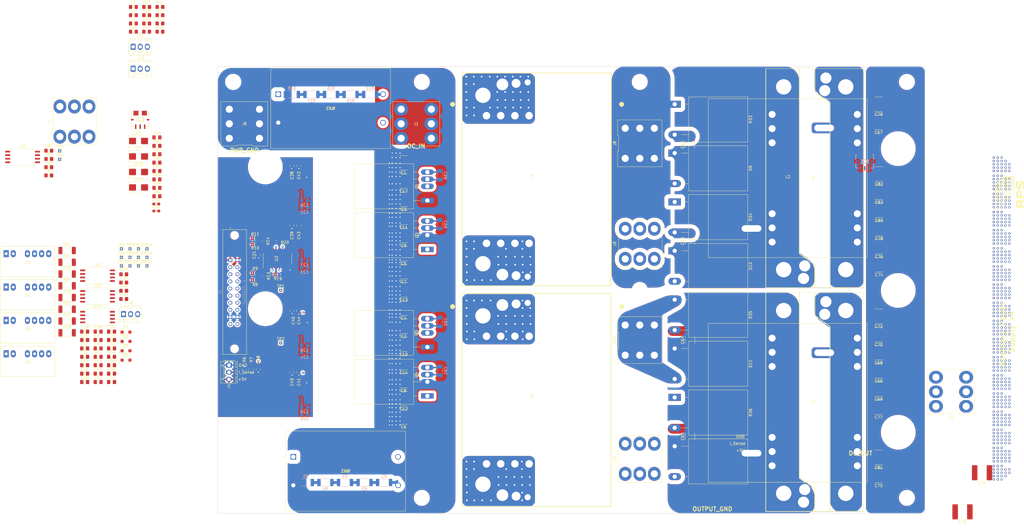
<source format=kicad_pcb>
(kicad_pcb (version 20221018) (generator pcbnew)
  (layers (0 "F.Cu" signal) (1 "In1.Cu" signal) (2 "In2.Cu" signal) (31 "B.Cu" signal) (34 "B.Paste" user) (35 "F.Paste" user) (36 "B.SilkS" user "B.Silkscreen") (37 "F.SilkS" user "F.Silkscreen") (38 "B.Mask" user) (39 "F.Mask" user) (44 "Edge.Cuts" user))
  (net 0 "")
  (net 1 "DC_IN")
  (net 2 "GNDPWR")
  (net 3 "GND")
  (net 4 "+5V")
  (net 5 "+24V")
  (net 6 "+18V_TOP_T1")
  (net 7 "KELV_TOP_T1")
  (net 8 "+18V_BOT_T1")
  (net 9 "KELV_BOT_T1")
  (net 10 "OUTPUT_GND")
  (net 11 "SO2")
  (net 12 "GATE_TOP_T1")
  (net 13 "I_Sense_1")
  (net 14 "GATE_BOT_T1")
  (net 15 "Net-(Q1-G)")
  (net 16 "Net-(Q2-G)")
  (net 17 "T1_OUT")
  (net 18 "+18V_TOP_T2")
  (net 19 "+72V_OUT")
  (net 20 "1_HI")
  (net 21 "1_LO")
  (net 23 "Vin_SENSE")
  (net 24 "EN")
  (net 26 "2_LO")
  (net 27 "2_HI")
  (net 29 "Net-(R1-Pad2)")
  (net 30 "Net-(R2-Pad1)")
  (net 31 "Net-(R3-Pad2)")
  (net 32 "Net-(R4-Pad1)")
  (net 33 "IN+_TOP_T2")
  (net 34 "IN+_BOT_T2")
  (net 35 "IN+_TOP_T1")
  (net 36 "IN+_BOT_T1")
  (net 37 "L2")
  (net 38 "H2")
  (net 39 "L1")
  (net 40 "H1")
  (net 41 "Net-(Q3-G)")
  (net 42 "Net-(Q4-G)")
  (net 43 "Net-(C64-Pad2)")
  (net 44 "Net-(C65-Pad2)")
  (net 45 "Net-(R16-Pad2)")
  (net 46 "Net-(R17-Pad1)")
  (net 47 "Net-(D10-K)")
  (net 48 "T2_OUT")
  (net 52 "Net-(R12-Pad2)")
  (net 53 "Net-(R15-Pad1)")
  (net 54 "I_Sense_MyRio")
  (net 55 "KELV_TOP_T2")
  (net 56 "+18V_BOT_T2")
  (net 57 "KELV_BOT_T2")
  (net 58 "GATE_TOP_T2")
  (net 59 "GATE_BOT_T2")
  (net 60 "CLAMP_TOP_T1")
  (net 61 "CLAMP_BOT_T1")
  (net 62 "CLAMP_TOP_T2")
  (net 63 "CLAMP_BOT_T2")
  (net 64 "Net-(D11-K)")
  (net 65 "Net-(U10-IN-)")
  (net 66 "Net-(C62-Pad2)")
  (net 67 "Net-(C63-Pad2)")
  (net 69 "Net-(U9-IN-)")
  (net 70 "Net-(U8-IN-)")
  (net 71 "Net-(U7-IN-)")
  (net 72 "SO1")
  (net 73 "I_Sense_2")
  (net 74 "Net-(C91-Pad1)")
  (net 75 "Net-(C91-Pad2)")
  (net 76 "Net-(C92-Pad1)")
  (net 77 "Net-(C92-Pad2)")
  (net 78 "Net-(D1-K)")
  (net 79 "Net-(D2-K)")
  (net 80 "Net-(D3-K)")
  (net 81 "Net-(D4-K)")
  (net 82 "Net-(D5-A)")
  (net 83 "Net-(D7-A)")
  (net 84 "Net-(D13-K)")
  (net 85 "Net-(D14-K)")
  (net 86 "Net-(IC1-VOUT)")
  (net 89 "Net-(IC2-VOUT)")
  (net 92 "+72V_1")
  (net 93 "+72V_2")
  (net 94 "Net-(U2-~{EN})")
  (footprint "Capacitor_SMD:C_2220_5650Metric_Pad1.97x5.40mm_HandSolder" (layer "F.Cu") (at 313.6375 123 180)
    (fp_text reference "C76")
    (fp_text value "22201C106KAT2A")
  )
  (footprint "Capacitor_SMD:C_2220_5650Metric_Pad1.97x5.40mm_HandSolder" (layer "F.Cu") (at 313.5 154.5 180)
    (fp_text reference "C70")
    (fp_text value "22201C106KAT2A")
  )
  (footprint "TestPoint:TestPoint_THTPad_1.0x1.0mm_Drill0.5mm" (layer "F.Cu") (at 51.6225 123.82)
    (fp_text reference "TP14")
    (fp_text value "PWM")
  )
  (footprint "RPS Footprints:TO-247-2_Horizontal_TabDown_NoHole" (layer "F.Cu") (at 240.5 177 -90)
    (fp_text reference "R36")
    (fp_text value "R")
  )
  (footprint "Capacitor_SMD:C_0805_2012Metric_Pad1.18x1.45mm_HandSolder" (layer "F.Cu") (at 55.195 92.915)
    (fp_text reference "C86")
    (fp_text value "100pF")
  )
  (footprint "Inductor_SMD:L_0805_2012Metric_Pad1.15x1.40mm_HandSolder" (layer "F.Cu") (at 46.775 43.055)
    (fp_text reference "L5")
    (fp_text value "1uH")
  )
  (footprint "Resistor_SMD:R_0805_2012Metric_Pad1.20x1.40mm_HandSolder" (layer "F.Cu") (at 16.5 91.6)
    (fp_text reference "FB2")
    (fp_text value "180ohm 100MHZ")
  )
  (footprint "Capacitor_SMD:C_0805_2012Metric_Pad1.18x1.45mm_HandSolder" (layer "F.Cu") (at 55.195 98.935)
    (fp_text reference "C88")
    (fp_text value ".1uf")
  )
  (footprint "Diode_SMD:D_SMB" (layer "F.Cu") (at 48.62 96.255)
    (fp_text reference "D13")
    (fp_text value "STTH212U")
  )
  (footprint "Capacitor_SMD:C_2220_5650Metric_Pad1.97x5.40mm_HandSolder" (layer "F.Cu") (at 343.5 218 180)
    (fp_text reference "C73")
    (fp_text value "22201C106KAT2A")
  )
  (footprint "TestPoint:TestPoint_THTPad_1.0x1.0mm_Drill0.5mm" (layer "F.Cu") (at 48.5725 129.92)
    (fp_text reference "TP13")
    (fp_text value "PWM")
  )
  (footprint "Capacitor_SMD:C_0805_2012Metric_Pad1.18x1.45mm_HandSolder" (layer "F.Cu") (at 38.9625 153.44)
    (fp_text reference "C51")
    (fp_text value "1uf")
  )
  (footprint "Capacitor_SMD:C_1812_4532Metric_Pad1.57x3.40mm_HandSolder" (layer "F.Cu") (at 246 121 90)
    (fp_text reference "C63")
    (fp_text value "18121A472JAT2A")
  )
  (footprint "MountingHole:MountingHole_5.3mm_M5_DIN965" (layer "F.Cu") (at 323.6 213)
    (fp_text reference "H4")
    (fp_text value "MountingHole")
  )
  (footprint "Resistor_SMD:R_0805_2012Metric_Pad1.20x1.40mm_HandSolder" (layer "F.Cu") (at 56.275 46.005)
    (fp_text reference "R44")
    (fp_text value "100R")
  )
  (footprint "Capacitor_SMD:C_2220_5650Metric_Pad1.97x5.40mm_HandSolder" (layer "F.Cu") (at 350.5 204 180)
    (fp_text reference "C71")
    (fp_text value "22201C106KAT2A")
  )
  (footprint "Capacitor_SMD:C_0805_2012Metric_Pad1.18x1.45mm_HandSolder" (layer "F.Cu") (at 29.3425 165.48)
    (fp_text reference "C33")
    (fp_text value "1uf")
  )
  (footprint "MountingHole:MountingHole_5.3mm_M5_DIN965" (layer "F.Cu") (at 228 64)
    (fp_text reference "H8")
    (fp_text value "MountingHole")
  )
  (footprint "Capacitor_SMD:C_2220_5650Metric_Pad1.97x5.40mm_HandSolder" (layer "F.Cu") (at 313.6375 97 180)
    (fp_text reference "C82")
    (fp_text value "22201C106KAT2A")
  )
  (footprint "RPS Footprints:Screw_Terminal_7808" (layer "F.Cu") (at 228 122)
    (fp_text reference "J9")
    (fp_text value "Screw_Terminal_01x01")
  )
  (footprint "RPS Footprints:Screw_Terminal_7808" (layer "F.Cu") (at 228 86)
    (fp_text reference "J8")
    (fp_text value "Screw_Terminal_01x01")
  )
  (footprint "Capacitor_SMD:C_2220_5650Metric_Pad1.97x5.40mm_HandSolder" (layer "F.Cu") (at 143.5 119 180)
    (fp_text reference "C9")
    (fp_text value "C")
  )
  (footprint "Capacitor_SMD:C_2220_5650Metric_Pad1.97x5.40mm_HandSolder" (layer "F.Cu") (at 143.5 99.5 180)
    (fp_text reference "C17")
    (fp_text value "C")
  )
  (footprint "Capacitor_SMD:C_2220_5650Metric_Pad1.97x5.40mm_HandSolder" (layer "F.Cu") (at 313.6375 110 180)
    (fp_text reference "C80")
    (fp_text value "22201C106KAT2A")
  )
  (footprint "RPS Footprints:SIP-7 (pins 1, 2, 4,5, 6, 7)" (layer "F.Cu") (at 8.8625 128.08)
    (fp_text reference "U3")
    (fp_text value "AM2D-2418SZ")
  )
  (footprint "Capacitor_SMD:C_2220_5650Metric_Pad1.97x5.40mm_HandSolder" (layer "F.Cu") (at 143.5 132 180)
    (fp_text reference "C7")
    (fp_text value "C")
  )
  (footprint "RPS Footprints:SIP-7 (pins 1, 2, 4,5, 6, 7)" (layer "F.Cu") (at 8.8625 151.98)
    (fp_text reference "U5")
    (fp_text value "AM2D-2418SZ")
  )
  (footprint "MountingHole:MountingHole_5.3mm_M5_DIN965" (layer "F.Cu") (at 82.5 64)
    (fp_text reference "H1")
    (fp_text value "MountingHole")
  )
  (footprint "RPS Footprints:Screw_Terminal_7808" (layer "F.Cu") (at 148 79 90)
    (fp_text reference "J1")
    (fp_text value "Screw_Terminal_01x01")
  )
  (footprint "MountingHole:MountingHole_5.3mm_M5_DIN965" (layer "F.Cu") (at 150 213)
    (fp_text reference "H12")
    (fp_text value "MountingHole")
  )
  (footprint "Resistor_SMD:R_2010_5025Metric_Pad1.40x2.65mm_HandSolder" (layer "F.Cu") (at 23.0625 145.45)
    (fp_text reference "R26")
    (fp_text value "5")
  )
  (footprint "Capacitor_SMD:C_2220_5650Metric_Pad1.97x5.40mm_HandSolder" (layer "F.Cu") (at 313.5 72 180)
    (fp_text reference "C79")
    (fp_text value "22201C106KAT2A")
  )
  (footprint "Resistor_SMD:R_0805_2012Metric_Pad1.20x1.40mm_HandSolder" (layer "F.Cu") (at 90.35 120 180)
    (fp_text reference "R10")
    (fp_text value "5k")
  )
  (footprint "Capacitor_SMD:C_0805_2012Metric_Pad1.18x1.45mm_HandSolder" (layer "F.Cu") (at 103.5 115.5 -90)
    (fp_text reference "C39")
    (fp_text value "1uf")
  )
  (footprint "Capacitor_SMD:C_0805_2012Metric_Pad1.18x1.45mm_HandSolder" (layer "F.Cu") (at 34.1525 153.44)
    (fp_text reference "C36")
    (fp_text value "4.7uf")
  )
  (footprint "Capacitor_SMD:C_0805_2012Metric_Pad1.18x1.45mm_HandSolder" (layer "F.Cu") (at 34.1525 168.49)
    (fp_text reference "C49")
    (fp_text value "10uf")
  )
  (footprint "TestPoint:TestPoint_THTPad_1.0x1.0mm_Drill0.5mm" (layer "F.Cu") (at 20.4 88.7)
    (fp_text reference "TP3")
    (fp_text value "IN+")
  )
  (footprint "RPS Footprints:SOIC-8_7.5x5.85mm_P1.27mm" (layer "F.Cu") (at 33.9425 148.23)
    (fp_text reference "U10")
    (fp_text value "STGAP2SICSC")
  )
  (footprint "Capacitor_SMD:C_0805_2012Metric_Pad1.18x1.45mm_HandSolder" (layer "F.Cu") (at 106 115.5 -90)
    (fp_text reference "C43")
    (fp_text value "0.1uf")
  )
  (footprint "Resistor_SMD:R_0805_2012Metric_Pad1.20x1.40mm_HandSolder" (layer "F.Cu") (at 93.6 133.5 -90)
    (fp_text reference "R13")
    (fp_text value "10k")
  )
  (footprint "0-RPS_Footprints_Misc:RPS_Logo" (layer "F.Cu") (at 360.5 104 90)
    (fp_text reference "G***" hide)
    (fp_text value "LOGO" hide)
  )
  (footprint "Resistor_SMD:R_0805_2012Metric_Pad1.20x1.40mm_HandSolder" (layer "F.Cu") (at 90.35 132.5)
    (fp_text reference "R9")
    (fp_text value "5k")
  )
  (footprint "Capacitor_SMD:C_0805_2012Metric_Pad1.18x1.45mm_HandSolder" (layer "F.Cu") (at 38.9625 168.49)
    (fp_text reference "C56")
    (fp_text value "0.1uf")
  )
  (footprint "Capacitor_SMD:C_2220_5650Metric_Pad1.97x5.40mm_HandSolder" (layer "F.Cu") (at 143.5 125.5 180)
    (fp_text reference "C5")
    (fp_text value "C")
  )
  (footprint "RPS Footprints:TO-247-2_Horizontal_TabDown_NoHole" (layer "F.Cu") (at 240.5 194.5 -90)
    (fp_text reference "D12" hide)
    (fp_text value "APT30S20BG")
  )
  (footprint "Capacitor_SMD:C_0805_2012Metric_Pad1.18x1.45mm_HandSolder" (layer "F.Cu") (at 103.5 168 -90)
    (fp_text reference "C45")
    (fp_text value "0.1uf")
  )
  (footprint "TestPoint:TestPoint_THTPad_1.0x1.0mm_Drill0.5mm" (layer "F.Cu") (at 42.4725 126.87)
    (fp_text reference "TP6")
    (fp_text value "+15H1")
  )
  (footprint "TestPoint:TestPoint_THTPad_1.0x1.0mm_Drill0.5mm" (layer "F.Cu") (at 48.5725 123.82)
    (fp_text reference "TP11")
    (fp_text value "-5H1")
  )
  (footprint "Capacitor_SMD:C_2220_5650Metric_Pad1.97x5.40mm_HandSolder" (layer "F.Cu") (at 313.6375 103.5 180)
    (fp_text reference "C83")
    (fp_text value "22201C106KAT2A")
  )
  (footprint "TestPoint:TestPoint_THTPad_1.0x1.0mm_Drill0.5mm" (layer "F.Cu") (at 51.6225 126.87)
    (fp_text reference "TP15")
    (fp_text value "PWM")
  )
  (footprint "Capacitor_SMD:C_2220_5650Metric_Pad1.97x5.40mm_HandSolder" (layer "F.Cu") (at 143.5 171 180)
    (fp_text reference "C8")
    (fp_text value "C")
  )
  (footprint "TestPoint:TestPoint_THTPad_1.0x1.0mm_Drill0.5mm" (layer "F.Cu") (at 45.5225 129.92)
    (fp_text reference "TP10")
    (fp_text value "-5H1")
  )
  (footprint "Capacitor_SMD:C_0805_2012Metric_Pad1.18x1.45mm_HandSolder" (layer "F.Cu") (at 34.1525 156.45)
    (fp_text reference "C37")
    (fp_text value "4.7uf")
  )
  (footprint "RPS Footprints:SOIC-8_7.5x5.85mm_P1.27mm" (layer "F.Cu") (at 33.9425 140.82)
    (fp_text reference "U9")
    (fp_text value "STGAP2SICSC")
  )
  (footprint "TestPoint:TestPoint_THTPad_1.0x1.0mm_Drill0.5mm" (layer "F.Cu") (at 45.5225 123.82)
    (fp_text reference "TP8")
    (fp_text value "+15H1")
  )
  (footprint "Capacitor_SMD:C_2220_5650Metric_Pad1.97x5.40mm_HandSolder" (layer "F.Cu") (at 143.5 184 180)
    (fp_text reference "C6")
    (fp_text value "C")
  )
  (footprint "RPS Footprints:TO-247-4_Horizontal_TabDown_NoHole" (layer "F.Cu") (at 151.99 106.48 90)
    (fp_text reference "Q1")
    (fp_text value "UJ4C075018K4S")
  )
  (footprint "Resistor_SMD:R_0805_2012Metric_Pad1.20x1.40mm_HandSolder" (layer "F.Cu") (at 51.525 37.155)
    (fp_text reference "R37")
    (fp_text value "~500")
  )
  (footprint "TestPoint:TestPoint_THTPad_1.0x1.0mm_Drill0.5mm" (layer "F.Cu") (at 20.4 91.75)
    (fp_text reference "TP4")
    (fp_text value "IN+")
  )
  (footprint "RPS Footprints:TO-247-2_Horizontal_TabDown_NoHole" (layer "F.Cu") (at 240.5 72 -90)
    (fp_text reference "R33")
    (fp_text value "R")
  )
  (footprint "Resistor_SMD:R_0805_2012Metric_Pad1.20x1.40mm_HandSolder" (layer "F.Cu") (at 51.525 43.055)
    (fp_text reference "R39")
    (fp_text value "~500")
  )
  (footprint "Capacitor_SMD:C_1812_4532Metric_Pad1.57x3.40mm_HandSolder" (layer "F.Cu") (at 246 156.5 90)
    (fp_text reference "C64")
    (fp_text value "18121A472JAT2A")
  )
  (footprint "Capacitor_SMD:C_0805_2012Metric_Pad1.18x1.45mm_HandSolder" (layer "F.Cu") (at 91.5 167 -90)
    (fp_text reference "C18")
    (fp_text value "3.9uf")
  )
  (footprint "Capacitor_SMD:C_0805_2012Metric_Pad1.18x1.45mm_HandSolder" (layer "F.Cu") (at 55.195 86.895)
    (fp_text reference "C84")
    (fp_text value "100pF")
  )
  (footprint "RPS Footprints:MountingHole_12mm_M5_SpringClamp" (layer "F.Cu") (at 320.5 189.5002)
    (fp_text reference "H13")
    (fp_text value "MountingHole")
  )
  (footprint "Capacitor_SMD:C_2220_5650Metric_Pad1.97x5.40mm_HandSolder" (layer "F.Cu") (at 143.5 145 180)
    (fp_text reference "C4")
    (fp_text value "C")
  )
  (footprint "Capacitor_SMD:C_2220_5650Metric_Pad1.97x5.40mm_HandSolder" (layer "F.Cu") (at 313.5 198.5 180)
    (fp_text reference "C81")
    (fp_text value "22201C106KAT2A")
  )
  (footprint "Diode_SMD:D_SOD-123F" (layer "F.Cu") (at 44.1375 153.61)
    (fp_text reference "D1")
    (fp_text value "D_Small")
  )
  (footprint "Capacitor_SMD:C_0805_2012Metric_Pad1.18x1.45mm_HandSolder" (layer "F.Cu") (at 38.9625 156.45)
    (fp_text reference "C52")
    (fp_text value "1uf")
  )
  (footprint "Capacitor_SMD:C_2220_5650Metric_Pad1.97x5.40mm_HandSolder" (layer "F.Cu") (at 143.5 112.5 180)
    (fp_text reference "C11")
    (fp_text value "C")
  )
  (footprint "TestPoint:TestPoint_THTPad_1.0x1.0mm_Drill0.5mm" (layer "F.Cu") (at 48.5725 126.87)
    (fp_text reference "TP12")
    (fp_text value "-5H1")
  )
  (footprint "RPS Footprints:SOIC-8_7.5x5.85mm_P1.27mm" (layer "F.Cu") (at 33.9425 133.41)
    (fp_text reference "U8")
    (fp_text value "STGAP2SICSC")
  )
  (footprint "Capacitor_SMD:C_0805_2012Metric_Pad1.18x1.45mm_HandSolder" (layer "F.Cu") (at 103.5 146 -90)
    (fp_text reference "C40")
    (fp_text value "1uf")
  )
  (footprint "Resistor_SMD:R_0805_2012Metric_Pad1.20x1.40mm_HandSolder" (layer "F.Cu") (at 86.5 167 -90)
    (fp_text reference "R6")
    (fp_text value "10k")
  )
  (footprint "Capacitor_SMD:C_0805_2012Metric_Pad1.18x1.45mm_HandSolder" (layer "F.Cu") (at 29.3425 159.46)
    (fp_text reference "C31")
    (fp_text value "1uf")
  )
  (footprint "Capacitor_SMD:C_2220_5650Metric_Pad1.97x5.40mm_HandSolder" (layer "F.Cu") (at 313.5 161 180)
    (fp_text reference "C68")
    (fp_text value "22201C106KAT2A")
  )
  (footprint "Resistor_SMD:R_0805_2012Metric_Pad1.20x1.40mm_HandSolder" (layer "F.Cu") (at 43.3225 138.82)
    (fp_text reference "R31")
    (fp_text value "10k")
  )
  (footprint "Capacitor_SMD:C_1812_4532Metric_Pad1.57x3.40mm_HandSolder" (layer "F.Cu") (at 246 191 90)
    (fp_text reference "C65")
    (fp_text value "18121A472JAT2A")
  )
  (footprint "Capacitor_SMD:C_2220_5650Metric_Pad1.97x5.40mm_HandSolder" (layer "F.Cu") (at 313.6375 129.5 180)
    (fp_text reference "C74")
    (fp_text value "22201C106KAT2A")
  )
  (footprint "Capacitor_SMD:C_0805_2012Metric_Pad1.18x1.45mm_HandSolder" (layer "F.Cu") (at 55.195 83.885)
    (fp_text reference "C15")
    (fp_text value ".1uf")
  )
  (footprint "Resistor_SMD:R_0805_2012Metric_Pad1.20x1.40mm_HandSolder" (layer "F.Cu") (at 43.3225 141.77)
    (fp_text reference "R32")
    (fp_text value "10k")
  )
  (footprint "Capacitor_SMD:C_0805_2012Metric_Pad1.18x1.45mm_HandSolder" (layer "F.Cu") (at 34.1525 171.5)
    (fp_text reference "C50")
    (fp_text value "1uf")
  )
  (footprint "RPS Footprints:C4AEOBW5140A3JJ" (layer "F.Cu") (at 98.623099 68.4)
    (fp_text reference "C19")
    (fp_text value "14uf")
  )
  (footprint "TestPoint:TestPoint_THTPad_1.0x1.0mm_Drill0.5mm" (layer "F.Cu") (at 42.4725 129.92)
    (fp_text reference "TP7")
    (fp_text value "+15H1")
  )
  (footprint "Resistor_SMD:R_0805_2012Metric_Pad1.20x1.40mm_HandSolder" (layer "F.Cu") (at 16.5 97.5)
    (fp_text reference "FB4")
    (fp_text value "180ohm 100MHZ")
  )
  (footprint "Resistor_SMD:R_2010_5025Metric_Pad1.40x2.65mm_HandSolder" (layer "F.Cu") (at 23.0625 128.61)
    (fp_text reference "R22")
    (fp_text value "5")
  )
  (footprint "RPS Footprints:C4AEOBW5140A3JJ" (layer "F.Cu") (at 103.999997 198.3)
    (fp_text reference "C20")
    (fp_text value "14uf")
  )
  (footprint "Capacitor_SMD:C_0805_2012Metric_Pad1.18x1.45mm_HandSolder" (layer "F.Cu") (at 38.9625 171.5)
    (fp_text reference "C57")
    (fp_text value "0.1uf")
  )
  (footprint "RPS Footprints:ETD49 Core MB" (layer "F.Cu") (at 290.8365 98.5 90)
    (fp_text reference "L1")
    (fp_text value "26uH")
    (fp_line (start -39.25 17.25) (end -39.25 -17.75) (stroke (width 0.12)) (layer "Edge.Cuts"))
  )
  (footprint "Resistor_SMD:R_0805_2012Metric_Pad1.20x1.40mm_HandSolder" (layer "F.Cu") (at 51.525 40.105)
    (fp_text reference "R38")
    (fp_text value "~500")
  )
  (footprint "RPS Footprints:MountingHole_12mm_M5_SpringClamp" (layer "F.Cu") (at 320.5 138.7002)
    (fp_text reference locked "H5")
    (fp_text value "MountingHole")
  )
  (footprint "TestPoint:TestPoint_THTPad_1.0x1.0mm_Drill0.5mm" (layer "F.Cu") (at 45.5225 126.87)
    (fp_text reference "TP9")
    (fp_text value "-5H1")
  )
  (footprint "Capacitor_SMD:C_0805_2012Metric_Pad1.18x1.45mm_HandSolder" (layer "F.Cu") (at 38.9625 165.48)
    (fp_text reference "C55")
    (fp_text value "0.1uf")
  )
  (footprint "Diode_SMD:D_SOD-123F" (layer "F.Cu") (at 44.1375 163.66)
    (fp_text reference "D4")
    (fp_text value "D_Small")
  )
  (footprint "Diode_SMD:D_SMB" (layer "F.Cu") (at 48.62 85.155)
    (fp_text reference "D5")
    (fp_text value "STTH212U")
  )
  (footprint "RPS Footprints:CWS-1HW-12203" (layer "F.Cu") (at 281 179 180)
    (fp_text reference "L2" hide)
    (fp_text value "26uH")
  )
  (footprint "Diode_SMD:D_SOD-123F" (layer "F.Cu") (at 44.1375 160.31)
    (fp_text reference "D3")
    (fp_text value "D_Small")
  )
  (footprint "Capacitor_SMD:C_2220_5650Metric_Pad1.97x5.40mm_HandSolder" (layer "F.Cu") (at 313.5 78.5 180)
    (fp_text reference "C67")
    (fp_text value "22201C106KAT2A")
  )
  (footprint "Resistor_SMD:R_0805_2012Metric_Pad1.20x1.40mm_HandSolder" (layer "F.Cu") (at 56.275 43.055)
    (fp_text reference "R43")
    (fp_text value "10k")
  )
  (footprint "Inductor_SMD:L_0805_2012Metric_Pad1.15x1.40mm_HandSolder" (layer "F.Cu") (at 46.775 46.005)
    (fp_text reference "L6")
    (fp_text value "1uH")
  )
  (footprint "Inductor_SMD:L_0805_2012Metric_Pad1.15x1.40mm_HandSolder" (layer "F.Cu") (at 46.775 40.105)
    (fp_text reference "L4")
    (fp_text value "1uH")
  )
  (footprint "Resistor_SMD:R_2010_5025Metric_Pad1.40x2.65mm_HandSolder" (layer "F.Cu") (at 23.0625 124.4)
    (fp_text reference "R21")
    (fp_text value "1")
  )
  (footprint "Connector_Molex:Molex_KK-254_AE-6410-03A_1x03_P2.54mm_Vertical" (layer "F.Cu") (at 43.2425 147.19)
    (fp_text reference "J3")
    (fp_text value "I_Sense_R")
  )
  (footprint "RPS Footprints:TO-247-4_Horizontal_TabDown_NoHole" (layer "F.Cu") (at 151.99 158.98 90)
    (fp_text reference "Q3")
    (fp_text value "UJ4C075018K4S")
  )
  (footprint "Capacitor_SMD:C_2220_5650Metric_Pad1.97x5.40mm_HandSolder" (layer "F.Cu") (at 313.5 180.5 180)
    (fp_text reference "C77")
    (fp_text value "22201C106KAT2A")
  )
  (footprint "Capacitor_SMD:C_0805_2012Metric_Pad1.18x1.45mm_HandSolder" (layer "F.Cu") (at 38.9625 159.46)
    (fp_text reference "C53")
    (fp_text value "1uf")
  )
  (footprint "RPS Footprints:Screw_Terminal_7808" (layer "F.Cu") (at 228 156.5)
    (fp_text reference "J10")
    (fp_text value "Screw_Terminal_01x01")
  )
  (footprint "Connector_Molex:Molex_KK-254_AE-6410-03A_1x03_P2.54mm_Vertical" (layer "F.Cu") (at 46.695 51.425)
    (fp_text reference "J12")
    (fp_text value "I_Sense_R")
  )
  (footprint "Resistor_SMD:R_0805_2012Metric_Pad1.20x1.40mm_HandSolder" (layer "F.Cu") (at 93.6 121 90)
    (fp_text reference "R14")
    (fp_text value "10k")
  )
  (footprint "Resistor_SMD:R_0805_2012Metric_Pad1.20x1.40mm_HandSolder" (layer "F.Cu") (at 51.525 46.005)
    (fp_text reference "R40")
    (fp_text value "~500")
  )
  (footprint "Resistor_SMD:R_0805_2012Metric_Pad1.20x1.40mm_HandSolder" (layer "F.Cu") (at 98 121.5 180)
    (fp_text reference "R20")
    (fp_text value "10k")
  )
  (footprint "MountingHole:MountingHole_5.3mm_M5_DIN965" (layer "F.Cu") (at 323.6 64)
    (fp_text reference "H3")
    (fp_text value "MountingHole")
  )
  (footprint "Capacitor_SMD:C_0805_2012Metric_Pad1.18x1.45mm_HandSolder" (layer "F.Cu") (at 106 168 -90)
    (fp_text reference "C41")
    (fp_text value "1uf")
  )
  (footprint "RPS Footprints:MountingHole_12mm_M5_SpringClamp" (layer "F.Cu") (at 94 145.2502)
    (fp_text reference "H15")
    (fp_text value "MountingHole")
  )
  (footprint "Capacitor_SMD:C_0603_1608Metric_Pad1.08x0.95mm_HandSolder" (layer "F.Cu") (at 54.965 107.715)
    (fp_text reference "C91")
    (fp_text value "56pF")
  )
  (footprint "RPS Footprints:TO-247-2_Horizontal_TabDown_NoHole" (layer "F.Cu") (at 240.5 124.5 -90)
    (fp_text reference "D10")
    (fp_text value "APT30S20BG")
  )
  (footprint "Capacitor_SMD:C_2220_5650Metric_Pad1.97x5.40mm_HandSolder" (layer "F.Cu") (at 313.5 174 180)
    (fp_text reference "C69")
    (fp_text value "22201C106KAT2A")
  )
  (footprint "Capacitor_SMD:C_0805_2012Metric_Pad1.18x1.45mm_HandSolder" (layer "F.Cu") (at 38.9625 162.47)
    (fp_text reference "C54")
    (fp_text value "0.1uf")
  )
  (footprint "RPS Footprints:SIP-7 (pins 1, 2, 4,5, 6, 7)" (layer "F.Cu") (at 8.8625 163.93)
    (fp_text reference "U6")
    (fp_text value "AM2D-2418SZ")
  )
  (footprint "Capacitor_SMD:C_0805_2012Metric_Pad1.18x1.45mm_HandSolder" (layer "F.Cu") (at 106 146 -90)
    (fp_text reference "C44")
    (fp_text value "0.1uf")
  )
  (footprint "TestPoint:TestPoint_THTPad_1.0x1.0mm_Drill0.5mm" (layer "F.Cu") (at 99.5 138.6)
    (fp_text reference "TP1")
    (fp_text value "IN+")
  )
  (footprint "Resistor_SMD:R_0805_2012Metric_Pad1.20x1.40mm_HandSolder" (layer "F.Cu") (at 98.5 133)
    (fp_text reference "R19")
    (fp_text value "10k")
  )
  (footprint "RPS Footprints:E65 Core Main Board" (layer "F.Cu") (at 164.3925 216.0625 90)
    (fp_text reference "T2")
    (fp_text value "Transformer_1P_1S")
  )
  (footprint "Inductor_SMD:L_0805_2012Metric_Pad1.15x1.40mm_HandSolder" (layer "F.Cu") (at 46.775 37.155)
    (fp_text reference "L3")
    (fp_text value "1uH")
  )
  (footprint "RPS Footprints:TO-247-4_Horizontal_TabDown_NoHole" (layer "F.Cu") (at 151.99 123.98 90)
    (fp_text reference "Q2")
    (fp_text value "UJ4C075018K4S")
  )
  (footprint "RPS Footprints:CWS-1HW-12203" (layer "F.Cu") (at 281 98.5 180)
    (fp_text reference "L2")
    (fp_text value "26uH")
  )
  (footprint "RPS Footprints:Screw_Terminal_7808" (layer "F.Cu") (at 228 199)
    (fp_text reference "J11")
    (fp_text value "Screw_Terminal_01x01")
  )
  (footprint "RPS Footprints:TO-247-4_Horizontal_TabDown_NoHole" (layer "F.Cu") (at 151.99 176.48 90)
    (fp_text reference "Q4")
    (fp_text value "UJ4C075018K4S")
  )
  (footprint "Connector_Molex:Molex_KK-254_AE-6410-03A_1x03_P2.54mm_Vertical" (layer "F.Cu") (at 46.695 59.275)
    (fp_text reference "J13")
    (fp_text value "I_Sense_R")
  )
  (footprint "Capacitor_SMD:C_2220_5650Metric_Pad1.97x5.40mm_HandSolder" (layer "F.Cu") (at 313.5 205 180)
    (fp_text reference "C75")
    (fp_text value "22201C106KAT2A")
  )
  (footprint "RPS Footprints:TO-247-2_Horizontal_TabDown_NoHole" (layer "F.Cu") (at 240.5 159.5 -90)
    (fp_text reference "D11")
    (fp_text value "APT30S20BG")
  )
  (footprint "Resistor_SMD:R_0805_2012Metric_Pad1.20x1.40mm_HandSolder" (layer "F.Cu") (at 43.3225 132.92)
    (fp_text reference "R29")
    (fp_text value "10k")
  )
  (footprint "RPS Footprints:TO-247-2_Horizontal_TabDown_NoHole" (layer "F.Cu") (at 240.5 89.5 -90)
    (fp_text reference "D9")
    (fp_text value "APT30S20BG")
  )
  (footprint "Capacitor_SMD:C_0805_2012Metric_Pad1.18x1.45mm_HandSolder" (layer "F.Cu") (at 55.195 89.905)
    (fp_text reference "C85")
    (fp_text value "100pF")
  )
  (footprint "Resistor_SMD:R_0805_2012Metric_Pad1.20x1.40mm_HandSolder" (layer "F.Cu") (at 56.275 37.155)
    (fp_text reference "R41")
    (fp_text value "~500")
  )
  (footprint "Capacitor_SMD:C_2220_5650Metric_Pad1.97x5.40mm_HandSolder" (layer "F.Cu") (at 143.5 106 180)
    (fp_text reference "C3")
    (fp_text value "C")
  )
  (footprint "Capacitor_SMD:C_2220_5650Metric_Pad1.97x5.40mm_HandSolder" (layer "F.Cu") (at 143.5 177.5 180)
    (fp_text reference "C12")
    (fp_text value "C")
  )
  (footprint "Capacitor_SMD:C_0805_2012Metric_Pad1.18x1.45mm_HandSolder" (layer "F.Cu") (at 55.195 95.925)
    (fp_text reference "C87")
    (fp_text value "100pF")
  )
  (footprint "RPS Footprints:Screw_Terminal_7808" (layer "F.Cu") (at 25.675 78.215)
    (fp_text reference "J7")
    (fp_text value "Screw_Terminal_01x01")
  )
  (footprint "Capacitor_SMD:C_0805_2012Metric_Pad1.18x1.45mm_HandSolder" (layer "F.Cu") (at 55.195 101.945)
    (fp_text reference "C89")
    (fp_text value ".1uf")
  )
  (footprint "RPS Footprints:Screw_Terminal_7808" (layer "F.Cu") (at 86.5 79 90)
    (fp_text reference "J6")
    (fp_text value "Screw_Terminal_01x01")
  )
  (footprint "RPS Footprints:TO-247-2_Horizontal_TabDown_NoHole" (layer "F.Cu") (at 240.5 142 -90)
    (fp_text reference "R35")
    (fp_text value "R")
  )
  (footprint "Capacitor_SMD:C_0805_2012Metric_Pad1.18x1.45mm_HandSolder" (layer "F.Cu") (at 29.3425 153.44)
    (fp_text reference "C16")
    (fp_text value ".1uf")
  )
  (footprint "RPS Footprints:MountingHole_12mm_M5_SpringClamp" (layer "F.Cu") (at 94 196.0502)
    (fp_text reference "H7")
    (fp_text value "MountingHole")
  )
  (footprint "Capacitor_SMD:C_0805_2012Metric_Pad1.18x1.45mm_HandSolder" (layer "F.Cu") (at 29.3425 168.49)
    (fp_text reference "C34")
    (fp_text value "4.7uf")
  )
  (footprint "Capacitor_SMD:C_2220_5650Metric_Pad1.97x5.40mm_HandSolder" (layer "F.Cu") (at 313.5 148 180)
    (fp_text reference "C72")
    (fp_text value "22201C106KAT2A")
  )
  (footprint "TestPoint:TestPoint_THTPad_1.0x1.0mm_Drill0.5mm" (layer "F.Cu") (at 42.4725 123.82)
    (fp_text reference "TP5")
    (fp_text value "+15H1")
  )
  (footprint "Diode_SMD:D_SOD-123F" (layer "F.Cu") (at 44.1375 156.96)
    (fp_text reference "D2")
    (fp_text value "D_Small")
  )
  (footprint "Capacitor_SMD:C_2220_5650Metric_Pad1.97x5.40mm_HandSolder" (layer "F.Cu") (at 143.5 158 180)
    (fp_text reference "C10")
    (fp_text value "C")
  )
  (footprint "Diode_SMD:D_SMB" (layer "F.Cu") (at 48.62 90.705)
    (fp_text reference "D7")
    (fp_text value "STTH212U")
  )
  (footprint "Package_SO:SOIC-16_3.9x9.9mm_P1.27mm" (layer "F.Cu") (at 98.35 127.25 90)
    (fp_text reference "U2")
    (fp_text value "SN65LBC173D")
  )
  (footprint "RPS Footprints:TE_5499923-4" (layer "F.Cu") (at 81.465 127.8575 -90)
    (fp_text reference "J5")
    (fp_text value "5499923-4")
  )
  (footprint "RPS Footprints:MountingHole_12mm_M5_SpringClamp" (layer "F.Cu") (at 320.5 87.9002)
    (fp_text reference "H6")
    (fp_text value "MountingHole")
  )
  (footprint "Capacitor_SMD:C_0805_2012Metric_Pad1.18x1.45mm_HandSolder" (layer "F.Cu") (at 29.3425 171.5)
    (fp_text reference "C35")
    (fp_text value "4.7uf")
  )
  (footprint "Connector_Molex:Molex_KK-254_AE-6410-03A_1x03_P2.54mm_Vertical" (layer "F.Cu") (at 80.98 165.46 -90)
    (fp_text reference "J4")
    (fp_text value "I_Sense_R")
  )
  (footprint "Diode_SMD:D_SMB" (layer "F.Cu") (at 48.62 101.805)
    (fp_text reference "D14")
    (fp_text value "STTH212U")
  )
  (footprint "Capacitor_SMD:C_0805_2012Metric_Pad1.18x1.45mm_HandSolder" (layer "F.Cu") (at 29.3425 156.45)
    (fp_text reference "C30")
    (fp_text value "1uf")
  )
  (footprint "Capacitor_SMD:C_0805_2012Metric_Pad1.18x1.45mm_HandSolder" (layer "F.Cu") (at 34.1525 165.48)
    (fp_text reference "C48")
    (fp_text value "10uf")
  )
  (footprint "TestPoint:TestPoint_THTPad_1.0x1.0mm_Drill0.5mm" (layer "F.Cu") (at 99.5 157.5)
    (fp_text reference "TP2")
    (fp_text value "IN+")
  )
  (footprint "Capacitor_SMD:C_2220_5650Metric_Pad1.97x5.40mm_HandSolder" (layer "F.Cu") (at 143.5 151.5 180)
    (fp_text reference "C2")
    (fp_text value "C")
  )
  (footprint "RPS Footprints:TO-247-2_Horizontal_TabDown_NoHole" (layer "F.Cu") (at 240.5 107 -90)
    (fp_text reference "R34")
    (fp_text value "R")
  )
  (footprint "Resistor_SMD:R_2010_5025Metric_Pad1.40x2.65mm_HandSolder" (layer "F.Cu") (at 23.0625 153.87)
    (fp_text reference "R28")
    (fp_text value "5")
  )
  (footprint "Resistor_SMD:R_0805_2012Metric_Pad1.20x1.40mm_HandSolder" (layer "F.Cu") (at 56.275 40.105)
    (fp_text reference "R42")
    (fp_text value "~500")
  )
  (footprint "Capacitor_SMD:C_0805_2012Metric_Pad1.18x1.45mm_HandSolder" (layer "F.Cu") (at 103.5 94 -90)
    (fp_text reference "C38")
    (fp_text value "1uf")
  )
  (footprint "Capacitor_SMD:C_2220_5650Metric_Pad1.97x5.40mm_HandSolder" (layer "F.Cu") (at 143.5 93 180)
    (fp_text reference "C1")
    (fp_text value "C")
  )
  (footprint "RPS Footprints:ETD49 Core MB" (layer "F.Cu") (at 290.8365 178.6275 90)
    (fp_text reference "L2")
    (fp_text value "26uH")
    (fp_line (start -39.25 17.25) (end -39.25 -17.75) (stroke (width 0.12)) (layer "Edge.Cuts"))
  )
  (footprint "RPS Footprints:SIP-7 (pins 1, 2, 4,5, 6, 7)" (layer "F.Cu") (at 8.8625 140.03)
    (fp_text reference "U4")
    (fp_text value "AM2D-2418SZ")
  )
  (footprint "RPS Footprints:SOIC-8_7.5x5.85mm_P1.27mm" (layer "F.Cu") (at 7.12 90.88)
    (fp_text reference "U7")
    (fp_text value "STGAP2SICSC")
  )
  (footprint "Resistor_SMD:R_0805_2012Metric_Pad1.20x1.40mm_HandSolder" (layer "F.Cu") (at 89 167 90)
    (fp_text reference "R7")
    (fp_text value "100R")
  )
  (footprint "Resistor_SMD:R_0805_2012Metric_Pad1.20x1.40mm_HandSolder" (layer "F.Cu") (at 43.3225 135.87)
    (fp_text reference "R30")
    (fp_text value "10k")
  )
  (footprint "Capacitor_SMD:C_2220_5650Metric_Pad1.97x5.40mm_HandSolder" (layer "F.Cu") (at 313.6375 116.5 180)
    (fp_text reference "C78")
    (fp_text value "22201C106KAT2A")
  )
  (footprint "RPS Footprints:MountingHole_12mm_M5_SpringClamp" (layer "F.Cu") (at 94 94.4502)
    (fp_text reference "H14")
    (fp_text value "MountingHole")
  )
  (footprint "Capacitor_SMD:C_0805_2012Metric_Pad1.18x1.45mm_HandSolder" (layer "F.Cu") (at 34.1525 159.46)
    (fp_text reference "C46")
    (fp_text value "10uf")
  )
  (footprint "Resistor_SMD:R_0805_2012Metric_Pad1.20x1.40mm_HandSolder" (layer "F.Cu") (at 16.5 88.65)
    (fp_text reference "FB1")
    (fp_text value "180ohm 100MHZ")
  )
  (footprint "Resistor_SMD:R_0805_2012Metric_Pad1.20x1.40mm_HandSolder" (layer "F.Cu") (at 16.5 94.55)
    (fp_text reference "FB3")
    (fp_text value "180ohm 100MHZ")
  )
  (footprint "Capacitor_SMD:C_2220_5650Metric_Pad1.97x5.40mm_HandSolder" (layer "F.Cu") (at 143.5 138.5 180)
    (fp_text reference "C13")
    (fp_text value "C")
  )
  (footprint "Resistor_SMD:R_2010_5025Metric_Pad1.40x2.65mm_HandSolder" (layer "F.Cu") (at 23.0625 137.03)
    (fp_text reference "R24")
    (fp_text value "5")
  )
  (footprint "MountingHole:MountingHole_5.3mm_M5_DIN965" (layer "F.Cu") (at 228 138.5)
    (fp_text reference "H9")
    (fp_text value "MountingHole")
  )
  (footprint "RPS Footprints:ACS780LLRTR050BT" (layer "F.Cu") (at 49.2 77.58)
    (fp_text reference "IC2")
    (fp_text value "ACS780LLRTR-050U-T" hide)
  )
  (footprint "Resistor_SMD:R_2010_5025Metric_Pad1.40x2.65mm_HandSolder" (layer "F.Cu") (at 23.0625 149.66)
    (fp_text reference "R27")
    (fp_text value "1")
  )
  (footprint "RPS Footprints:E65 Core Main Board" (layer "F.Cu") (at 164.3925 137.0625 90)
    (fp_text reference "T1")
    (fp_text value "Transformer_1P_1S")
  )
  (footprint "Capacitor_SMD:C_0603_1608Metric_Pad1.08x0.95mm_HandSolder" (layer "F.Cu") (at 54.965 110.225)
    (fp_text reference "C92")
    (fp_text value "56pF")
  )
  (footprint "Capacitor_SMD:C_0805_2012Metric_Pad1.18x1.45mm_HandSolder" (layer "F.Cu") (at 34.1525 162.47)
    (fp_text reference "C47")
    (fp_text value "10uf")
  )
  (footprint "MountingHole:MountingHole_5.3mm_M5_DIN965" (layer "F.Cu") (at 150 64)
    (fp_text reference "H11")
    (fp_text value "MountingHole")
  )
  (footprint "Resistor_SMD:R_2010_5025Metric_Pad1.40x2.65mm_HandSolder" (layer "F.Cu") (at 23.0625 132.82)
    (fp_text reference "R23")
    (fp_text value "1")
  )
  (footprint "Resistor_SMD:R_2010_5025Metric_Pad1.40x2.65mm_HandSolder" (layer "F.Cu") (at 23.0625 141.24)
    (fp_text reference "R25")
    (fp_text value "1")
  )
  (footprint "Capacitor_SMD:C_0805_2012Metric_Pad1.18x1.45mm_HandSolder" (layer "F.Cu") (at 106 94 -90)
    (fp_text reference "C42")
    (fp_text value "0.1uf")
  )
  (footprint "TestPoint:TestPoint_THTPad_1.0x1.0mm_Drill0.5mm" (layer "F.Cu") (at 51.6225 129.92)
    (fp_text reference "TP16")
    (fp_text value "PWM")
  )
  (footprint "Resistor_SMD:R_0805_2012Metric_Pad1.20x1.40mm_HandSolder" (layer "F.Cu") (at 90.35 122.25)
    (fp_text reference "R11")
    (fp_text value "5k")
  )
  (footprint "Capacitor_SMD:C_2220_5650Metric_Pad1.97x5.40mm_HandSolder" (layer "F.Cu") (at 313.5 167.5 180)
    (fp_text reference "C66")
    (fp_text value "22201C106KAT2A")
  )
  (footprint "MountingHole:MountingHole_5.3mm_M5_DIN965" (layer "F.Cu") (at 82.5 213)
    (fp_text reference "H2")
    (fp_text value "MountingHole")
  )
  (footprint "MountingHole:MountingHole_5.3mm_M5_DIN965" (layer "F.Cu") (at 228 213)
    (fp_text reference "H10")
    (fp_text value "MountingHole")
  )
  (footprint "Capacitor_SMD:C_0805_2012Metric_Pad1.18x1.45mm_HandSolder" (layer "F.Cu") (at 91.5 126 -90)
    (fp_text reference "C21")
    (fp_text value "0.1uf")
  )
  (footprint "Resistor_SMD:R_0805_2012Metric_Pad1.20x1.40mm_HandSolder" (layer "F.Cu") (at 90.35 135 180)
    (fp_text reference "R8")
    (fp_text value "5k")
  )
  (footprint "Capacitor_SMD:C_0805_2012Metric_Pad1.18x1.45mm_HandSolder" (layer "F.Cu") (at 55.195 104.955)
    (fp_text reference "C90")
    (fp_text value "3.9uf")
  )
  (footprint "RPS Footprints:Screw_Terminal_7808" (layer "F.Cu") (at 339.4 175 90)
    (fp_text reference "J2")
    (fp_text value "Screw_Terminal_01x01")
  )
  (footprint "Capacitor_SMD:C_1812_4532Metric_Pad1.57x3.40mm_HandSolder" (layer "F.Cu") (at 246 86.5 90)
    (fp_text reference "C62")
    (fp_text value "18121A472JAT2A")
  )
  (footprint "Capacitor_SMD:C_0805_2012Metric_Pad1.18x1.45mm_HandSolder" (layer "F.Cu") (at 29.3425 162.47)
    (fp_text reference "C32")
    (fp_text value "1uf")
  )
  (footprint "Capacitor_SMD:C_2220_5650Metric_Pad1.97x5.40mm_HandSolder" (layer "F.Cu") (at 143.5 164.5 180)
    (fp_text reference "C14")
    (fp_text value "C")
  )
  (footprint "Capacitor_SMD:C_1206_3216Metric_Pad1.33x1.80mm_HandSolder" (layer "B.Cu") (at 156.5 97.5 -90)
    (fp_text reference "C58")
    (fp_text value "C")
  )
  (footprint "Capacitor_SMD:C_1206_3216Metric_Pad1.33x1.80mm_HandSolder" (layer "B.Cu") (at 156.5 115 -90)
    (fp_text reference "C59")
    (fp_text value "C")
  )
  (footprint "Resistor_SMD:R_2010_5025Metric" (layer "B.Cu") (at 103.5 68.5 180)
    (fp_text reference "R18")
    (fp_text value "100k")
  )
  (footprint "Resistor_SMD:R_2010_5025Metric" (layer "B.Cu") (at 136.5 207.5 180)
    (fp_text reference "R1")
    (fp_text value "100k")
  )
  (footprint "Capacitor_SMD:C_0805_2012Metric_Pad1.18x1.45mm_HandSolder" (layer "B.Cu") (at 108 128)
    (fp_text reference "C27")
    (fp_text value "0.1uf")
  )
  (footprint "Resistor_SMD:R_2010_5025Metric" (layer "B.Cu") (at 108.5 207.5 180)
    (fp_text reference "R5")
    (fp_text value "100k")
  )
  (footprint "Resistor_SMD:R_2010_5025Metric" (layer "B.Cu") (at 129.5 207.5)
    (fp_text reference "R2")
    (fp_text value "100k")
  )
  (footprint "Capacitor_SMD:C_0805_2012Metric_Pad1.18x1.45mm_HandSolder" (layer "B.Cu") (at 108 161)
    (fp_text reference "C24")
    (fp_text value "4.7uf")
  )
  (footprint "Resistor_SMD:R_2010_5025Metric" (layer "B.Cu") (at 110.5 68.5)
    (fp_text reference "R17")
    (fp_text value "100k")
  )
  (footprint "Resistor_SMD:R_2010_5025Metric" (layer "B.Cu") (at 131.5 68.5 180)
    (fp_text reference "R12")
    (fp_text value "100k")
  )
  (footprint "Resistor_SMD:R_2010_5025Metric" (layer "B.Cu") (at 115.5 207.5)
    (fp_text reference "R4")
    (fp_text value "100k")
  )
  (footprint "Resistor_SMD:R_2010_5025Metric" (layer "B.Cu") (at 117.5 68.5 180)
    (fp_text reference "R16")
    (fp_text value "100k")
  )
  (footprint "Capacitor_SMD:C_0805_2012Metric_Pad1.18x1.45mm_HandSolder" (layer "B.Cu") (at 108 158.5)
    (fp_text reference "C28")
    (fp_text value "0.1uf")
  )
  (footprint "Resistor_SMD:R_2010_5025Metric" (layer "B.Cu") (at 122.5 207.5 180)
    (fp_text reference "R3")
    (fp_text value "100k")
  )
  (footprint "RPS Footprints:ACS780LLRTR050BT" (layer "B.Cu") (at 308.5 92.5 180)
    (fp_text reference "IC1")
    (fp_text value "ACS780LLRTR-050U-T" hide)
  )
  (footprint "Resistor_SMD:R_2010_5025Metric" (layer "B.Cu") (at 124.5 68.5)
    (fp_text reference "R15")
    (fp_text value "100k")
  )
  (footprint "Capacitor_SMD:C_0805_2012Metric_Pad1.18x1.45mm_HandSolder" (layer "B.Cu") (at 108 130.5)
    (fp_text reference "C23")
    (fp_text value "4.7uf")
  )
  (footprint "Capacitor_SMD:C_1206_3216Metric_Pad1.33x1.80mm_HandSolder" (layer "B.Cu") (at 156.5 150 -90)
    (fp_text reference "C60")
    (fp_text value "C")
  )
  (footprint "Capacitor_SMD:C_0805_2012Metric_Pad1.18x1.45mm_HandSolder" (layer "B.Cu") (at 108 180.5)
    (fp_text reference "C29")
    (fp_text value "0.1uf")
  )
  (footprint "Capacitor_SMD:C_0805_2012Metric_Pad1.18x1.45mm_HandSolder" (layer "B.Cu") (at 108 109)
    (fp_text reference "C22")
    (fp_text value "4.7uf")
  )
  (footprint "Capacitor_SMD:C_0805_2012Metric_Pad1.18x1.45mm_HandSolder" (layer "B.Cu") (at 108 106.5)
    (fp_text reference "C26")
    (fp_text value "0.1uf")
  )
  (footprint "Capacitor_SMD:C_0805_2012Metric_Pad1.18x1.45mm_HandSolder" (layer "B.Cu") (at 108 183)
    (fp_text reference "C25")
    (fp_text value "4.7uf")
  )
  (footprint "Capacitor_SMD:C_1206_3216Metric_Pad1.33x1.80mm_HandSolder" (layer "B.Cu") (at 156.5 167.5 -90)
    (fp_text reference "C61")
    (fp_text value "C")
  )
  (gr_line (start 330 58.5) (end 77 58.5) (stroke (width 0.1)) (layer "Edge.Cuts"))
  (gr_line (start 77 58.5) (end 77 218.5) (stroke (width 0.1)) (layer "Edge.Cuts"))
  (gr_line (start 77 218.5) (end 330 218.5) (stroke (width 0.1)) (layer "Edge.Cuts"))
  (gr_line (start 330 218.5) (end 330 58.5) (stroke (width 0.1)) (layer "Edge.Cuts"))
  (gr_text "." (at 221.5 70) (layer "F.SilkS") (effects (font (size 5 5) (thickness 1.25))))
  (gr_text "GND" (at 264 191) (layer "F.SilkS") (effects (font (size 1 1))))
  (gr_text "I_Sense" (at 87.25 168) (layer "F.SilkS") (effects (font (size 1 1))))
  (gr_text "GND" (at 86 165.5) (layer "F.SilkS") (effects (font (size 1 1))))
  (gr_text "DC_IN" (at 148 87) (layer "F.SilkS") (effects (font (size 1.5 1.5) (thickness 0.3))))
  (gr_text "PWR_GND" (at 86.5 88.5) (layer "F.SilkS") (effects (font (size 1.5 1.5) (thickness 0.3))))
  (gr_text "OUTPUT_GND\n" (at 254 217) (layer "F.SilkS") (effects (font (size 1.5 1.5) (thickness 0.3))))
  (gr_text "Auxiliary Power \nSupply V4" (at 359.5 153.5 90) (layer "F.SilkS") (effects (font (size 2 2) (thickness 0.3))))
  (gr_text "." (at 161 70) (layer "F.SilkS") (effects (font (size 5 5) (thickness 1.25))))
  (gr_text "DC_OUT" (at 307 197) (layer "F.SilkS") (effects (font (size 1.5 1.5) (thickness 0.3))))
  (gr_text "." (at 221.5 142.5) (layer "F.SilkS") (effects (font (size 5 5) (thickness 1.25))))
  (gr_text "." (at 161 142.5) (layer "F.SilkS") (effects (font (size 5 5) (thickness 1.25))))
  (gr_text "+5V" (at 85.765 170.5) (layer "F.SilkS") (effects (font (size 1 1))))
  (gr_text "I_Sense" (at 263 193.5) (layer "F.SilkS") (effects (font (size 1 1))))
  (gr_text "+5V" (at 264 196) (layer "F.SilkS") (effects (font (size 1 1))))
  (segment (start 140.723102 207.5) (end 141.123102 207.1) (width 1) (layer "B.Cu") (net 1))
  (segment (start 133.8125 68.5) (end 135.723102 68.5) (width 1) (layer "B.Cu") (net 1))
  (segment (start 135.723102 68.5) (end 136.123102 68.9) (width 1) (layer "B.Cu") (net 1))
  (segment (start 138.8125 207.5) (end 140.723102 207.5) (width 1) (layer "B.Cu") (net 1))
  (via (at 140.8 127.7) (size 0.8) (drill 0.4) (layers "F.Cu" "B.Cu") (net 2))
  (via (at 140.8 112.5) (size 0.8) (drill 0.4) (layers "F.Cu" "B.Cu") (net 2))
  (via (at 139.4 126.1) (size 0.8) (drill 0.4) (layers "F.Cu" "B.Cu") (net 2))
  (via (at 138.4 94.7) (size 0.8) (drill 0.4) (layers "F.Cu" "B.Cu") (net 2))
  (via (at 138.4 164.9) (size 0.8) (drill 0.4) (layers "F.Cu" "B.Cu") (net 2))
  (via (at 139.4 148.3) (size 0.8) (drill 0.4) (layers "F.Cu" "B.Cu") (net 2))
  (via (at 138.4 174.3) (size 0.8) (drill 0.4) (layers "F.Cu" "B.Cu") (net 2))
  (via (at 142.2 153.1) (size 0.8) (drill 0.4) (layers "F.Cu" "B.Cu") (net 2))
  (via (at 139.4 100.5) (size 0.8) (drill 0.4) (layers "F.Cu" "B.Cu") (net 2))
  (via (at 139.4 106.1) (size 0.8) (drill 0.4) (layers "F.Cu" "B.Cu") (net 2))
  (via (at 138.4 106.1) (size 0.8) (drill 0.4) (layers "F.Cu" "B.Cu") (net 2))
  (via (at 140.8 180.7) (size 0.8) (drill 0.4) (layers "F.Cu" "B.Cu") (net 2))
  (via (at 139.4 160.1) (size 0.8) (drill 0.4) (layers "F.Cu" "B.Cu") (net 2))
  (via (at 139.4 111.1) (size 0.8) (drill 0.4) (layers "F.Cu" "B.Cu") (net 2))
  (via (at 138.4 160.1) (size 0.8) (drill 0.4) (layers "F.Cu" "B.Cu") (net 2))
  (via (at 139.4 156.5) (size 0.8) (drill 0.4) (layers "F.Cu" "B.Cu") (net 2))
  (via (at 142.2 109.3) (size 0.8) (drill 0.4) (layers "F.Cu" "B.Cu") (net 2))
  (via (at 139.4 142.9) (size 0.8) (drill 0.4) (layers "F.Cu" "B.Cu") (net 2))
  (via (at 138.4 109.3) (size 0.8) (drill 0.4) (layers "F.Cu" "B.Cu") (net 2))
  (via (at 139.4 150.1) (size 0.8) (drill 0.4) (layers "F.Cu" "B.Cu") (net 2))
  (via (at 138.4 93.1) (size 0.8) (drill 0.4) (layers "F.Cu" "B.Cu") (net 2))
  (via (at 142.2 94.7) (size 0.8) (drill 0.4) (layers "F.Cu" "B.Cu") (net 2))
  (via (at 138.4 115.7) (size 0.8) (drill 0.4) (layers "F.Cu" "B.Cu") (net 2))
  (via (at 138.4 156.5) (size 0.8) (drill 0.4) (layers "F.Cu" "B.Cu") (net 2))
  (via (at 142.2 167.1) (size 0.8) (drill 0.4) (layers "F.Cu" "B.Cu") (net 2))
  (via (at 138.4 131.9) (size 0.8) (drill 0.4) (layers "F.Cu" "B.Cu") (net 2))
  (via (at 142.2 180.7) (size 0.8) (drill 0.4) (layers "F.Cu" "B.Cu") (net 2))
  (via (at 139.4 127.7) (size 0.8) (drill 0.4) (layers "F.Cu" "B.Cu") (net 2))
  (via (at 142.2 135.3) (size 0.8) (drill 0.4) (layers "F.Cu" "B.Cu") (net 2))
  (via (at 142.2 126.1) (size 0.8) (drill 0.4) (layers "F.Cu" "B.Cu") (net 2))
  (via (at 138.4 112.5) (size 0.8) (drill 0.4) (layers "F.Cu" "B.Cu") (net 2))
  (via (at 142.2 179.3) (size 0.8) (drill 0.4) (layers "F.Cu" "B.Cu") (net 2))
  (via (at 142.2 119.5) (size 0.8) (drill 0.4) (layers "F.Cu" "B.Cu") (net 2))
  (via (at 142.2 186.9) (size 0.8) (drill 0.4) (layers "F.Cu" "B.Cu") (net 2))
  (via (at 142.2 115.7) (size 0.8) (drill 0.4) (layers "F.Cu" "B.Cu") (net 2))
  (via (at 142.2 163.1) (size 0.8) (drill 0.4) (layers "F.Cu" "B.Cu") (net 2))
  (via (at 142.2 156.5) (size 0.8) (drill 0.4) (layers "F.Cu" "B.Cu") (net 2))
  (via (at 140.8 122.3) (size 0.8) (drill 0.4) (layers "F.Cu" "B.Cu") (net 2))
  (via (at 140.8 100.5) (size 0.8) (drill 0.4) (layers "F.Cu" "B.Cu") (net 2))
  (via (at 140.8 137.3) (size 0.8) (drill 0.4) (layers "F.Cu" "B.Cu") (net 2))
  (via (at 142.2 168.3) (size 0.8) (drill 0.4) (layers "F.Cu" "B.Cu") (net 2))
  (via (at 139.4 131.9) (size 0.8) (drill 0.4) (layers "F.Cu" "B.Cu") (net 2))
  (via (at 140.8 185.5) (size 0.8) (drill 0.4) (layers "F.Cu" "B.Cu") (net 2))
  (via (at 139.4 114.5) (size 0.8) (drill 0.4) (layers "F.Cu" "B.Cu") (net 2))
  (via (at 140.8 167.1) (size 0.8) (drill 0.4) (layers "F.Cu" "B.Cu") (net 2))
  (via (at 138.4 168.3) (size 0.8) (drill 0.4) (layers "F.Cu" "B.Cu") (net 2))
  (via (at 139.4 158.5) (size 0.8) (drill 0.4) (layers "F.Cu" "B.Cu") (net 2))
  (via (at 139.4 135.3) (size 0.8) (drill 0.4) (layers "F.Cu" "B.Cu") (net 2))
  (via (at 140.8 186.9) (size 0.8) (drill 0.4) (layers "F.Cu" "B.Cu") (net 2))
  (via (at 138.4 96.3) (size 0.8) (drill 0.4) (layers "F.Cu" "B.Cu") (net 2))
  (via (at 142.2 93.1) (size 0.8) (drill 0.4) (layers "F.Cu" "B.Cu") (net 2))
  (via (at 138.4 104.5) (size 0.8) (drill 0.4) (layers "F.Cu" "B.Cu") (net 2))
  (via (at 139.4 168.3) (size 0.8) (drill 0.4) (layers "F.Cu" "B.Cu") (net 2))
  (via (at 142.2 148.3) (size 0.8) (drill 0.4) (layers "F.Cu" "B.Cu") (net 2))
  (via (at 138.4 135.3) (size 0.8) (drill 0.4) (layers "F.Cu" "B.Cu") (net 2))
  (via (at 138.4 158.5) (size 0.8) (drill 0.4) (layers "F.Cu" "B.Cu") (net 2))
  (via (at 142.2 127.7) (size 0.8) (drill 0.4) (layers "F.Cu" "B.Cu") (net 2))
  (via (at 139.4 102.7) (size 0.8) (drill 0.4) (layers "F.Cu" "B.Cu") (net 2))
  (via (at 138.4 154.7) (size 0.8) (drill 0.4) (layers "F.Cu" "B.Cu") (net 2))
  (via (at 140.8 179.3) (size 0.8) (drill 0.4) (layers "F.Cu" "B.Cu") (net 2))
  (via (at 140.8 135.3) (size 0.8) (drill 0.4) (layers "F.Cu" "B.Cu") (net 2))
  (via (at 142.2 161.3) (size 0.8) (drill 0.4) (layers "F.Cu" "B.Cu") (net 2))
  (via (at 139.4 161.3) (size 0.8) (drill 0.4) (layers "F.Cu" "B.Cu") (net 2))
  (via (at 142.2 147.1) (size 0.8) (drill 0.4) (layers "F.Cu" "B.Cu") (net 2))
  (via (at 142.2 160.1) (size 0.8) (drill 0.4) (layers "F.Cu" "B.Cu") (net 2))
  (via (at 140.8 133.5) (size 0.8) (drill 0.4) (layers "F.Cu" "B.Cu") (net 2))
  (via (at 138.4 119.5) (size 0.8) (drill 0.4) (layers "F.Cu" "B.Cu") (net 2))
  (via (at 140.8 172.3) (size 0.8) (drill 0.4) (layers "F.Cu" "B.Cu") (net 2))
  (via (at 140.8 106.1) (size 0.8) (drill 0.4) (layers "F.Cu" "B.Cu") (net 2))
  (via (at 142.2 175.9) (size 0.8) (drill 0.4) (layers "F.Cu" "B.Cu") (net 2))
  (via (at 142.2 140.3) (size 0.8) (drill 0.4) (layers "F.Cu" "B.Cu") (net 2))
  (via (at 138.4 167.1) (size 0.8) (drill 0.4) (layers "F.Cu" "B.Cu") (net 2))
  (via (at 140.8 163.1) (size 0.8) (drill 0.4) (layers "F.Cu" "B.Cu") (net 2))
  (via (at 140.8 183.9) (size 0.8) (drill 0.4) (layers "F.Cu" "B.Cu") (net 2))
  (via (at 139.4 164.9) (size 0.8) (drill 0.4) (layers "F.Cu" "B.Cu") (net 2))
  (via (at 142.2 96.3) (size 0.8) (drill 0.4) (layers "F.Cu" "B.Cu") (net 2))
  (via (at 140.8 119.5) (size 0.8) (drill 0.4) (layers "F.Cu" "B.Cu") (net 2))
  (via (at 138.4 138.9) (size 0.8) (drill 0.4) (layers "F.Cu" "B.Cu") (net 2))
  (via (at 139.4 89.5) (size 0.8) (drill 0.4) (layers "F.Cu" "B.Cu") (net 2))
  (via (at 142.2 112.5) (size 0.8) (drill 0.4) (layers "F.Cu" "B.Cu") (net 2))
  (via (at 139.4 175.9) (size 0.8) (drill 0.4) (layers "F.Cu" "B.Cu") (net 2))
  (via (at 140.8 96.3) (size 0.8) (drill 0.4) (layers "F.Cu" "B.Cu") (net 2))
  (via (at 138.4 124.1) (size 0.8) (drill 0.4) (layers "F.Cu" "B.Cu") (net 2))
  (via (at 138.4 128.7) (size 0.8) (drill 0.4) (layers "F.Cu" "B.Cu") (net 2))
  (via (at 142.2 145.7) (size 0.8) (drill 0.4) (layers "F.Cu" "B.Cu") (net 2))
  (via (at 139.4 97.9) (size 0.8) (drill 0.4) (layers "F.Cu" "B.Cu") (net 2))
  (via (at 140.8 126.1) (size 0.8) (drill 0.4) (layers "F.Cu" "B.Cu") (net 2))
  (via (at 140.8 150.1) (size 0.8) (drill 0.4) (layers "F.Cu" "B.Cu") (net 2))
  (via (at 140.8 174.3) (size 0.8) (drill 0.4) (layers "F.Cu" "B.Cu") (net 2))
  (via (at 138.4 148.3) (size 0.8) (drill 0.4) (layers "F.Cu" "B.Cu") (net 2))
  (via (at 139.4 145.7) (size 0.8) (drill 0.4) (layers "F.Cu" "B.Cu") (net 2))
  (via (at 140.8 94.7) (size 0.8) (drill 0.4) (layers "F.Cu" "B.Cu") (net 2))
  (via (at 142.2 124.1) (size 0.8) (drill 0.4) (layers "F.Cu" "B.Cu") (net 2))
  (via (at 139.4 118.1) (size 0.8) (drill 0.4) (layers "F.Cu" "B.Cu") (net 2))
  (via (at 138.4 182.3) (size 0.8) (drill 0.4) (layers "F.Cu" "B.Cu") (net 2))
  (via (at 142.2 128.7) (size 0.8) (drill 0.4) (layers "F.Cu" "B.Cu") (net 2))
  (via (at 142.2 174.3) (size 0.8) (drill 0.4) (layers "F.Cu" "B.Cu") (net 2))
  (via (at 138.4 170.7) (size 0.8) (drill 0.4) (layers "F.Cu" "B.Cu") (net 2))
  (via (at 138.4 107.7) (size 0.8) (drill 0.4) (layers "F.Cu" "B.Cu") (net 2))
  (via (at 138.4 122.3) (size 0.8) (drill 0.4) (layers "F.Cu" "B.Cu") (net 2))
  (via (at 140.8 114.5) (size 0.8) (drill 0.4) (layers "F.Cu" "B.Cu") (net 2))
  (via (at 140.8 147.1) (size 0.8) (drill 0.4) (layers "F.Cu" "B.Cu") (net 2))
  (via (at 138.4 183.9) (size 0.8) (drill 0.4) (layers "F.Cu" "B.Cu") (net 2))
  (via (at 139.4 182.3) (size 0.8) (drill 0.4) (layers "F.Cu" "B.Cu") (net 2))
  (via (at 140.8 153.1) (size 0.8) (drill 0.4) (layers "F.Cu" "B.Cu") (net 2))
  (via (at 140.8 141.7) (size 0.8) (drill 0.4) (layers "F.Cu" "B.Cu") (net 2))
  (via (at 142.2 106.1) (size 0.8) (drill 0.4) (layers "F.Cu" "B.Cu") (net 2))
  (via (at 138.4 137.3) (size 0.8) (drill 0.4) (layers "F.Cu" "B.Cu") (net 2))
  (via (at 138.4 179.3) (size 0.8) (drill 0.4) (layers "F.Cu" "B.Cu") (net 2))
  (via (at 140.8 160.1) (size 0.8) (drill 0.4) (layers "F.Cu" "B.Cu") (net 2))
  (via (at 139.4 172.3) (size 0.8) (drill 0.4) (layers "F.Cu" "B.Cu") (net 2))
  (via (at 139.4 104.5) (size 0.8) (drill 0.4) (layers "F.Cu" "B.Cu") (net 2))
  (via (at 140.8 128.7) (size 0.8) (drill 0.4) (layers "F.Cu" "B.Cu") (net 2))
  (via (at 142.2 133.5) (size 0.8) (drill 0.4) (layers "F.Cu" "B.Cu") (net 2))
  (via (at 140.8 164.9) (size 0.8) (drill 0.4) (layers "F.Cu" "B.Cu") (net 2))
  (via (at 139.4 120.9) (size 0.8) (drill 0.4) (layers "F.Cu" "B.Cu") (net 2))
  (via (at 138.4 186.9) (size 0.8) (drill 0.4) (layers "F.Cu" "B.Cu") (net 2))
  (via (at 140.8 177.9) (size 0.8) (drill 0.4) (layers "F.Cu" "B.Cu") (net 2))
  (via (at 139.4 167.1) (size 0.8) (drill 0.4) (layers "F.Cu" "B.Cu") (net 2))
  (via (at 138.4 111.1) (size 0.8) (drill 0.4) (layers "F.Cu" "B.Cu") (net 2))
  (via (at 140.8 175.9) (size 0.8) (drill 0.4) (layers "F.Cu" "B.Cu") (net 2))
  (via (at 140.8 148.3) (size 0.8) (drill 0.4) (layers "F.Cu" "B.Cu") (net 2))
  (via (at 140.8 111.1) (size 0.8) (drill 0.4) (layers "F.Cu" "B.Cu") (net 2))
  (via (at 142.2 182.3) (size 0.8) (drill 0.4) (layers "F.Cu" "B.Cu") (net 2))
  (via (at 140.8 154.7) (size 0.8) (drill 0.4) (layers "F.Cu" "B.Cu") (net 2))
  (via (at 138.4 120.9) (size 0.8) (drill 0.4) (layers "F.Cu" "B.Cu") (net 2))
  (via (at 142.2 130.3) (size 0.8) (drill 0.4) (layers "F.Cu" "B.Cu") (net 2))
  (via (at 142.2 137.3) (size 0.8) (drill 0.4) (layers "F.Cu" "B.Cu") (net 2))
  (via (at 142.2 177.9) (size 0.8) (drill 0.4) (layers "F.Cu" "B.Cu") (net 2))
  (via (at 140.8 131.9) (size 0.8) (drill 0.4) (layers "F.Cu" "B.Cu") (net 2))
  (via (at 139.4 185.5) (size 0.8) (drill 0.4) (layers "F.Cu" "B.Cu") (net 2))
  (via (at 140.8 161.3) (size 0.8) (drill 0.4) (layers "F.Cu" "B.Cu") (net 2))
  (via (at 139.4 109.3) (size 0.8) (drill 0.4) (layers "F.Cu" "B.Cu") (net 2))
  (via (at 138.4 100.5) (size 0.8) (drill 0.4) (layers "F.Cu" "B.Cu") (net 2))
  (via (at 142.2 107.7) (size 0.8) (drill 0.4) (layers "F.Cu" "B.Cu") (net 2))
  (via (at 139.4 94.7) (size 0.8) (drill 0.4) (layers "F.Cu" "B.Cu") (net 2))
  (via (at 139.4 93.1) (size 0.8) (drill 0.4) (layers "F.Cu" "B.Cu") (net 2))
  (via (at 142.2 100.5) (size 0.8) (drill 0.4) (layers "F.Cu" "B.Cu") (net 2))
  (via (at 139.4 154.7) (size 0.8) (drill 0.4) (layers "F.Cu" "B.Cu") (net 2))
  (via (at 139.4 96.3) (size 0.8) (drill 0.4) (layers "F.Cu" "B.Cu") (net 2))
  (via (at 142.2 164.9) (size 0.8) (drill 0.4) (layers "F.Cu" "B.Cu") (net 2))
  (via (at 140.8 93.1) (size 0.8) (drill 0.4) (layers "F.Cu" "B.Cu") (net 2))
  (via (at 138.4 150.1) (size 0.8) (drill 0.4) (layers "F.Cu" "B.Cu") (net 2))
  (via (at 140.8 115.7) (size 0.8) (drill 0.4) (layers "F.Cu" "B.Cu") (net 2))
  (via (at 142.2 91.1) (size 0.8) (drill 0.4) (layers "F.Cu" "B.Cu") (net 2))
  (via (at 140.8 91.1) (size 0.8) (drill 0.4) (layers "F.Cu" "B.Cu") (net 2))
  (via (at 140.8 142.9) (size 0.8) (drill 0.4) (layers "F.Cu" "B.Cu") (net 2))
  (via (at 140.8 97.9) (size 0.8) (drill 0.4) (layers "F.Cu" "B.Cu") (net 2))
  (via (at 139.4 163.1) (size 0.8) (drill 0.4) (layers "F.Cu" "B.Cu") (net 2))
  (via (at 140.8 104.5) (size 0.8) (drill 0.4) (layers "F.Cu" "B.Cu") (net 2))
  (via (at 139.4 124.1) (size 0.8) (drill 0.4) (layers "F.Cu" "B.Cu") (net 2))
  (via (at 142.2 185.5) (size 0.8) (drill 0.4) (layers "F.Cu" "B.Cu") (net 2))
  (via (at 138.4 185.5) (size 0.8) (drill 0.4) (layers "F.Cu" "B.Cu") (net 2))
  (via (at 142.2 183.9) (size 0.8) (drill 0.4) (layers "F.Cu" "B.Cu") (net 2))
  (via (at 139.4 133.5) (size 0.8) (drill 0.4) (layers "F.Cu" "B.Cu") (net 2))
  (via (at 142.2 141.7) (size 0.8) (drill 0.4) (layers "F.Cu" "B.Cu") (net 2))
  (via (at 142.2 122.3) (size 0.8) (drill 0.4) (layers "F.Cu" "B.Cu") (net 2))
  (via (at 140.8 109.3) (size 0.8) (drill 0.4) (layers "F.Cu" "B.Cu") (net 2))
  (via (at 140.8 182.3) (size 0.8) (drill 0.4) (layers "F.Cu" "B.Cu") (net 2))
  (via (at 138.4 161.3) (size 0.8) (drill 0.4) (layers "F.Cu" "B.Cu") (net 2))
  (via (at 138.4 114.5) (size 0.8) (drill 0.4) (layers "F.Cu" "B.Cu") (net 2))
  (via (at 139.4 174.3) (size 0.8) (drill 0.4) (layers "F.Cu" "B.Cu") (net 2))
  (via (at 142.2 111.1) (size 0.8) (drill 0.4) (layers "F.Cu" "B.Cu") (net 2))
  (via (at 139.4 130.3) (size 0.8) (drill 0.4) (layers "F.Cu" "B.Cu") (net 2))
  (via (at 140.8 156.5) (size 0.8) (drill 0.4) (layers "F.Cu" "B.Cu") (net 2))
  (via (at 142.2 142.9) (size 0.8) (drill 0.4) (layers "F.Cu" "B.Cu") (net 2))
  (via (at 138.4 130.3) (size 0.8) (drill 0.4) (layers "F.Cu" "B.Cu") (net 2))
  (via (at 142.2 158.3) (size 0.8) (drill 0.4) (layers "F.Cu" "B.Cu") (net 2))
  (via (at 142.2 172.3) (size 0.8) (drill 0.4) (layers "F.Cu" "B.Cu") (net 2))
  (via (at 138.4 141.7) (size 0.8) (drill 0.4) (layers "F.Cu" "B.Cu") (net 2))
  (via (at 140.8 158.3) (size 0.8) (drill 0.4) (layers "F.Cu" "B.Cu") (net 2))
  (via (at 139.4 112.5) (size 0.8) (drill 0.4) (layers "F.Cu" "B.Cu") (net 2))
  (via (at 142.2 114.5) (size 0.8) (drill 0.4) (layers "F.Cu" "B.Cu") (net 2))
  (via (at 140.8 140.3) (size 0.8) (drill 0.4) (layers "F.Cu" "B.Cu") (net 2))
  (via (at 139.4 153.1) (size 0.8) (drill 0.4) (layers "F.Cu" "B.Cu") (net 2))
  (via (at 142.2 118.1) (size 0.8) (drill 0.4) (layers "F.Cu" "B.Cu") (net 2))
  (via (at 138.4 147.1) (size 0.8) (drill 0.4) (layers "F.Cu" "B.Cu") (net 2))
  (via (at 142.2 131.9) (size 0.8) (drill 0.4) (layers "F.Cu" "B.Cu") (net 2))
  (via (at 138.4 102.7) (size 0.8) (drill 0.4) (layers "F.Cu" "B.Cu") (net 2))
  (via (at 138.4 142.9) (size 0.8) (drill 0.4) (layers "F.Cu" "B.Cu") (net 2))
  (via (at 142.2 97.9) (size 0.8) (drill 0.4) (layers "F.Cu" "B.Cu") (net 2))
  (via (at 138.4 140.3) (size 0.8) (drill 0.4) (layers "F.Cu" "B.Cu") (net 2))
  (via (at 138.4 172.3) (size 0.8) (drill 0.4) (layers "F.Cu" "B.Cu") (net 2))
  (via (at 139.4 186.9) (size 0.8) (drill 0.4) (layers "F.Cu" "B.Cu") (net 2))
  (via (at 139.4 177.9) (size 0.8) (drill 0.4) (layers "F.Cu" "B.Cu") (net 2))
  (via (at 139.4 179.3) (size 0.8) (drill 0.4) (layers "F.Cu" "B.Cu") (net 2))
  (via (at 138.4 153.1) (size 0.8) (drill 0.4) (layers "F.Cu" "B.Cu") (net 2))
  (via (at 138.4 118.1) (size 0.8) (drill 0.4) (layers "F.Cu" "B.Cu") (net 2))
  (via (at 139.4 141.7) (size 0.8) (drill 0.4) (layers "F.Cu" "B.Cu") (net 2))
  (via (at 140.8 170.7) (size 0.8) (drill 0.4) (layers "F.Cu" "B.Cu") (net 2))
  (via (at 138.4 97.9) (size 0.8) (drill 0.4) (layers "F.Cu" "B.Cu") (net 2))
  (via (at 140.8 138.9) (size 0.8) (drill 0.4) (layers "F.Cu" "B.Cu") (net 2))
  (via (at 139.4 122.3) (size 0.8) (drill 0.4) (layers "F.Cu" "B.Cu") (net 2))
  (via (at 140.8 130.3) (size 0.8) (drill 0.4) (layers "F.Cu" "B.Cu") (net 2))
  (via (at 139.4 140.3) (size 0.8) (drill 0.4) (layers "F.Cu" "B.Cu") (net 2))
  (via (at 138.4 126.1) (size 0.8) (drill 0.4) (layers "F.Cu" "B.Cu") (net 2))
  (via (at 139.4 128.7) (size 0.8) (drill 0.4) (layers "F.Cu" "B.Cu") (net 2))
  (via (at 140.8 107.7) (size 0.8) (drill 0.4) (layers "F.Cu" "B.Cu") (net 2))
  (via (at 138.4 177.9) (size 0.8) (drill 0.4) (layers "F.Cu" "B.Cu") (net 2))
  (via (at 139.4 137.3) (size 0.8) (drill 0.4) (layers "F.Cu" "B.Cu") (net 2))
  (via (at 140.8 120.9) (size 0.8) (drill 0.4) (layers "F.Cu" "B.Cu") (net 2))
  (via (at 142.2 89.5) (size 0.8) (drill 0.4) (layers "F.Cu" "B.Cu") (net 2))
  (via (at 138.4 133.5) (size 0.8) (drill 0.4) (layers "F.Cu" "B.Cu") (net 2))
  (via (at 139.4 170.7) (size 0.8) (drill 0.4) (layers "F.Cu" "B.Cu") (net 2))
  (via (at 139.4 91.1) (size 0.8) (drill 0.4) (layers "F.Cu" "B.Cu") (net 2))
  (via (at 139.4 147.1) (size 0.8) (drill 0.4) (layers "F.Cu" "B.Cu") (net 2))
  (via (at 142.2 154.7) (size 0.8) (drill 0.4) (layers "F.Cu" "B.Cu") (net 2))
  (via (at 139.4 115.7) (size 0.8) (drill 0.4) (layers "F.Cu" "B.Cu") (net 2))
  (via (at 139.4 183.9) (size 0.8) (drill 0.4) (layers "F.Cu" "B.Cu") (net 2))
  (via (at 139.4 138.9) (size 0.8) (drill 0.4) (layers "F.Cu" "B.Cu") (net 2))
  (via (at 140.8 89.5) (size 0.8) (drill 0.4) (layers "F.Cu" "B.Cu") (net 2))
  (via (at 139.4 119.5) (size 0.8) (drill 0.4) (layers "F.Cu" "B.Cu") (net 2))
  (via (at 142.2 102.7) (size 0.8) (drill 0.4) (layers "F.Cu" "B.Cu") (net 2))
  (via (at 138.4 175.9) (size 0.8) (drill 0.4) (layers "F.Cu" "B.Cu") (net 2))
  (via (at 142.2 150.1) (size 0.8) (drill 0.4) (layers "F.Cu" "B.Cu") (net 2))
  (via (at 139.4 107.7) (size 0.8) (drill 0.4) (layers "F.Cu" "B.Cu") (net 2))
  (via (at 142.2 138.9) (size 0.8) (drill 0.4) (layers "F.Cu" "B.Cu") (net 2))
  (via (at 138.4 127.7) (size 0.8) (drill 0.4) (layers "F.Cu" "B.Cu") (net 2))
  (via (at 138.4 145.7) (size 0.8) (drill 0.4) (layers "F.Cu" "B.Cu") (net 2))
  (via (at 138.4 163.1) (size 0.8) (drill 0.4) (layers "F.Cu" "B.Cu") (net 2))
  (via (at 140.8 102.7) (size 0.8) (drill 0.4) (layers "F.Cu" "B.Cu") (net 2))
  (via (at 139.4 180.7) (size 0.8) (drill 0.4) (layers "F.Cu" "B.Cu") (net 2))
  (via (at 142.2 104.5) (size 0.8) (drill 0.4) (layers "F.Cu" "B.Cu") (net 2))
  (via (at 140.8 118.1) (size 0.8) (drill 0.4) (layers "F.Cu" "B.Cu") (net 2))
  (via (at 138.4 180.7) (size 0.8) (drill 0.4) (layers "F.Cu" "B.Cu") (net 2))
  (via (at 142.2 170.7) (size 0.8) (drill 0.4) (layers "F.Cu" "B.Cu") (net 2))
  (via (at 140.8 124.1) (size 0.8) (drill 0.4) (layers "F.Cu" "B.Cu") (net 2))
  (via (at 140.8 168.3) (size 0.8) (drill 0.4) (layers "F.Cu" "B.Cu") (net 2))
  (via (at 140.8 145.7) (size 0.8) (drill 0.4) (layers "F.Cu" "B.Cu") (net 2))
  (via (at 142.2 120.9) (size 0.8) (drill 0.4) (layers "F.Cu" "B.Cu") (net 2))
  (segment (start 108.925 169.635) (end 108.925 170.905) (width 0.25) (layer "F.Cu") (net 3))
  (segment (start 106 116.5375) (end 103.5 116.5375) (width 0.25) (layer "F.Cu") (net 3))
  (segment (start 103.5 169.0375) (end 103.5625 169.0375) (width 0.25) (layer "F.Cu") (net 3))
  (segment (start 103.5625 147.0375) (end 103.6 147) (width 0.25) (layer "F.Cu") (net 3))
  (segment (start 91.5 127.0375) (end 91.5625 127.0375) (width 0.25) (layer "F.Cu") (net 3))
  (segment (start 102.795 129.725) (end 102.795 131.395) (width 0.25) (layer "F.Cu") (net 3))
  (segment (start 91.5625 127.0375) (end 91.6 127) (width 0.25) (layer "F.Cu") (net 3))
  (segment (start 108.925 98.075) (end 108.8 98.2) (width 0.25) (layer "F.Cu") (net 3))
  (segment (start 103.5 95.0375) (end 103.4375 95.0375) (width 0.25) (layer "F.Cu") (net 3))
  (segment (start 102.795 131.395) (end 102.8 131.4) (width 0.25) (layer "F.Cu") (net 3))
  (segment (start 99.5 133) (end 99.4 133) (width 0.25) (layer "F.Cu") (net 3))
  (segment (start 108.925 147.885) (end 108.925 149.155) (width 0.25) (layer "F.Cu") (net 3))
  (segment (start 103.5 147.0375) (end 103.5625 147.0375) (width 0.25) (layer "F.Cu") (net 3))
  (segment (start 108.925 150.125) (end 109 150.2) (width 0.25) (layer "F.Cu") (net 3))
  (segment (start 108.925 96.905) (end 108.925 98.075) (width 0.25) (layer "F.Cu") (net 3))
  (segment (start 106 169.0375) (end 106 169) (width 0.25) (layer "F.Cu") (net 3))
  (segment (start 103.5625 169.0375) (end 103.6 169) (width 0.25) (layer "F.Cu") (net 3))
  (segment (start 108.925 149.155) (end 108.925 150.125) (width 0.25) (layer "F.Cu") (net 3))
  (segment (start 106 147.0375) (end 106 147.2) (width 0.25) (layer "F.Cu") (net 3))
  (segment (start 103.4375 95.0375) (end 103.4 95) (width 0.25) (layer "F.Cu") (net 3))
  (segment (start 108.925 170.905) (end 108.925 171.675) (width 0.25) (layer "F.Cu") (net 3))
  (segment (start 108.925 171.675) (end 108.8 171.8) (width 0.25) (layer "F.Cu") (net 3))
  (segment (start 106 95.0375) (end 106 95) (width 0.25) (layer "F.Cu") (net 3))
  (via (at 91.5 168) (size 0.8) (drill 0.4) (layers "F.Cu" "B.Cu") (net 3))
  (via (at 108.8 171.8) (size 0.8) (drill 0.4) (layers "F.Cu" "B.Cu") (net 3))
  (via (at 103.5 116.5375) (size 0.8) (drill 0.4) (layers "F.Cu" "B.Cu") (net 3))
  (via (at 106 169) (size 0.8) (drill 0.4) (layers "F.Cu" "B.Cu") (net 3))
  (via (at 102.8 131.4) (size 0.8) (drill 0.4) (layers "F.Cu" "B.Cu") (net 3))
  (via (at 99.4 133) (size 0.8) (drill 0.4) (layers "F.Cu" "B.Cu") (net 3))
  (via (at 103.6 147) (size 0.8) (drill 0.4) (layers "F.Cu" "B.Cu") (net 3))
  (via (at 103.6 169) (size 0.8) (drill 0.4) (layers "F.Cu" "B.Cu") (net 3))
  (via (at 91.6 127) (size 0.8) (drill 0.4) (layers "F.Cu" "B.Cu") (net 3))
  (via (at 86.5 166) (size 0.8) (drill 0.4) (layers "F.Cu" "B.Cu") (net 3))
  (via (at 108.8 98.2) (size 0.8) (drill 0.4) (layers "F.Cu" "B.Cu") (net 3))
  (via (at 106 147.2) (size 0.8) (drill 0.4) (layers "F.Cu" "B.Cu") (net 3))
  (via (at 109 150.2) (size 0.8) (drill 0.4) (layers "F.Cu" "B.Cu") (net 3))
  (via (at 103.4 95) (size 0.8) (drill 0.4) (layers "F.Cu" "B.Cu") (net 3))
  (via (at 106 95) (size 0.8) (drill 0.4) (layers "F.Cu" "B.Cu") (net 3))
  (segment (start 108.925 94.365) (end 108.035 94.365) (width 0.25) (layer "F.Cu") (net 4))
  (segment (start 106.9625 103.2925) (end 106.63 102.96) (width 0.5) (layer "B.Cu") (net 5))
  (segment (start 106.9625 128) (end 106.9625 124.7925) (width 0.5) (layer "B.Cu") (net 5))
  (segment (start 106.9625 106.5) (end 106.9625 103.2925) (width 0.5) (layer "B.Cu") (net 5))
  (segment (start 106.9625 124.7925) (end 106.63 124.46) (width 0.5) (layer "B.Cu") (net 5))
  (segment (start 106.9625 109) (end 106.9625 106.5) (width 0.5) (layer "B.Cu") (net 5))
  (segment (start 106.9625 180.5) (end 106.9625 177.2925) (width 0.5) (layer "B.Cu") (net 5))
  (segment (start 106.9625 183) (end 106.9625 180.5) (width 0.5) (layer "B.Cu") (net 5))
  (segment (start 106.9625 177.2925) (end 106.63 176.96) (width 0.5) (layer "B.Cu") (net 5))
  (segment (start 106.9625 130.5) (end 106.9625 128) (width 0.5) (layer "B.Cu") (net 5))
  (segment (start 106.9625 158.5) (end 106.9625 155.5425) (width 0.5) (layer "B.Cu") (net 5))
  (segment (start 106.9625 161) (end 106.9625 158.5) (width 0.5) (layer "B.Cu") (net 5))
  (segment (start 106.9625 155.5425) (end 106.63 155.21) (width 0.5) (layer "B.Cu") (net 5))
  (segment (start 156.5 99.0625) (end 152.1925 99.0625) (width 0.5) (layer "B.Cu") (net 7))
  (segment (start 152.1925 99.0625) (end 151.99 98.86) (width 0.5) (layer "B.Cu") (net 7))
  (segment (start 156.2975 116.36) (end 156.5 116.5625) (width 0.5) (layer "B.Cu") (net 9))
  (segment (start 151.99 116.36) (end 156.2975 116.36) (width 0.5) (layer "B.Cu") (net 9))
  (segment (start 316.1375 205) (end 316.1375 198.5) (width 2) (layer "F.Cu") (net 10))
  (segment (start 316.275 97) (end 316.275 129.5) (width 2) (layer "F.Cu") (net 10))
  (segment (start 316.1375 180.5) (end 316.1375 148) (width 2) (layer "F.Cu") (net 10))
  (segment (start 316.1375 72) (end 316.1375 78.5) (width 2) (layer "F.Cu") (net 10))
  (via (at 360.3 204) (size 0.8) (drill 0.4) (layers "F.Cu" "B.Cu") (net 10))
  (via (at 357.5 188.6) (size 0.8) (drill 0.4) (layers "F.Cu" "B.Cu") (net 10))
  (via (at 356.1 158.5) (size 0.8) (drill 0.4) (layers "F.Cu" "B.Cu") (net 10))
  (via (at 356.1 115.4) (size 0.8) (drill 0.4) (layers "F.Cu" "B.Cu") (net 10))
  (via (at 360.3 105.3) (size 0.8) (drill 0.4) (layers "F.Cu" "B.Cu") (net 10))
  (via (at 358.9 172.7) (size 0.8) (drill 0.4) (layers "F.Cu" "B.Cu") (net 10))
  (via (at 360.3 114.2) (size 0.8) (drill 0.4) (layers "F.Cu" "B.Cu") (net 10))
  (via (at 357.5 158.5) (size 0.8) (drill 0.4) (layers "F.Cu" "B.Cu") (net 10))
  (via (at 358.9 146.7) (size 0.8) (drill 0.4) (layers "F.Cu" "B.Cu") (net 10))
  (via (at 356.1 144.3) (size 0.8) (drill 0.4) (layers "F.Cu" "B.Cu") (net 10))
  (via (at 358.9 121.9) (size 0.8) (drill 0.4) (layers "F.Cu" "B.Cu") (net 10))
  (via (at 358.9 118.3) (size 0.8) (drill 0.4) (layers "F.Cu" "B.Cu") (net 10))
  (via (at 354.7 202.8) (size 0.8) (drill 0.4) (layers "F.Cu" "B.Cu") (net 10))
  (via (at 360.3 144.3) (size 0.8) (drill 0.4) (layers "F.Cu" "B.Cu") (net 10))
  (via (at 358.9 111.8) (size 0.8) (drill 0.4) (layers "F.Cu" "B.Cu") (net 10))
  (via (at 357.5 111.8) (size 0.8) (drill 0.4) (layers "F.Cu" "B.Cu") (net 10))
  (via (at 354.7 123.6) (size 0.8) (drill 0.4) (layers "F.Cu" "B.Cu") (net 10))
  (via (at 354.7 128.4) (size 0.8) (drill 0.4) (layers "F.Cu" "B.Cu") (net 10))
  (via (at 356.1 113) (size 0.8) (drill 0.4) (layers "F.Cu" "B.Cu") (net 10))
  (via (at 357.5 137.8) (size 0.8) (drill 0.4) (layers "F.Cu" "B.Cu") (net 10))
  (via (at 354.7 115.4) (size 0.8) (drill 0.4) (layers "F.Cu" "B.Cu") (net 10))
  (via (at 356.1 102.4) (size 0.8) (drill 0.4) (layers "F.Cu" "B.Cu") (net 10))
  (via (at 358.9 144.3) (size 0.8) (drill 0.4) (layers "F.Cu" "B.Cu") (net 10))
  (via (at 360.3 157.3) (size 0.8) (drill 0.4) (layers "F.Cu" "B.Cu") (net 10))
  (via (at 354.7 173.9) (size 0.8) (drill 0.4) (layers "F.Cu" "B.Cu") (net 10))
  (via (at 354.7 107.7) (size 0.8) (drill 0.4) (layers "F.Cu" "B.Cu") (net 10))
  (via (at 360.3 176.8) (size 0.8) (drill 0.4) (layers "F.Cu" "B.Cu") (net 10))
  (via (at 357.5 152) (size 0.8) (drill 0.4) (layers "F.Cu" "B.Cu") (net 10))
  (via (at 354.7 108.9) (size 0.8) (drill 0.4) (layers "F.Cu" "B.Cu") (net 10))
  (via (at 357.5 189.8) (size 0.8) (drill 0.4) (layers "F.Cu" "B.Cu") (net 10))
  (via (at 357.5 134.9) (size 0.8) (drill 0.4) (layers "F.Cu" "B.Cu") (net 10))
  (via (at 360.3 124.8) (size 0.8) (drill 0.4) (layers "F.Cu" "B.Cu") (net 10))
  (via (at 358.9 120.7) (size 0.8) (drill 0.4) (layers "F.Cu" "B.Cu") (net 10))
  (via (at 358.9 173.9) (size 0.8) (drill 0.4) (layers "F.Cu" "B.Cu") (net 10))
  (via (at 354.7 184.5) (size 0.8) (drill 0.4) (layers "F.Cu" "B.Cu") (net 10))
  (via (at 357.5 136.6) (size 0.8) (drill 0.4) (layers "F.Cu" "B.Cu") (net 10))
  (via (at 354.7 180.4) (size 0.8) (drill 0.4) (layers "F.Cu" "B.Cu") (net 10))
  (via (at 356.1 124.8) (size 0.8) (drill 0.4) (layers "F.Cu" "B.Cu") (net 10))
  (via (at 354.7 145.5) (size 0.8) (drill 0.4) (layers "F.Cu" "B.Cu") (net 10))
  (via (at 356.1 130.1) (size 0.8) (drill 0.4) (layers "F.Cu" "B.Cu") (net 10))
  (via (at 360.3 202.8) (size 0.8) (drill 0.4) (layers "F.Cu" "B.Cu") (net 10))
  (via (at 354.7 153.2) (size 0.8) (drill 0.4) (layers "F.Cu" "B.Cu") (net 10))
  (via (at 360.3 152) (size 0.8) (drill 0.4) (layers "F.Cu" "B.Cu") (net 10))
  (via (at 356.1 117.1) (size 0.8) (drill 0.4) (layers "F.Cu" "B.Cu") (net 10))
  (via (at 356.1 198.7) (size 0.8) (drill 0.4) (layers "F.Cu" "B.Cu") (net 10))
  (via (at 356.1 121.9) (size 0.8) (drill 0.4) (layers "F.Cu" "B.Cu") (net 10))
  (via (at 356.1 143.1) (size 0.8) (drill 0.4) (layers "F.Cu" "B.Cu") (net 10))
  (via (at 354.7 111.8) (size 0.8) (drill 0.4) (layers "F.Cu" "B.Cu") (net 10))
  (via (at 360.3 115.4) (size 0.8) (drill 0.4) (layers "F.Cu" "B.Cu") (net 10))
  (via (at 360.3 158.5) (size 0.8) (drill 0.4) (layers "F.Cu" "B.Cu") (net 10))
  (via (at 354.7 136.6) (size 0.8) (drill 0.4) (layers "F.Cu" "B.Cu") (net 10))
  (via (at 358.9 92.3) (size 0.8) (drill 0.4) (layers "F.Cu" "B.Cu") (net 10))
  (via (at 360.3 133.7) (size 0.8) (drill 0.4) (layers "F.Cu" "B.Cu") (net 10))
  (via (at 354.7 170.3) (size 0.8) (drill 0.4) (layers "F.Cu" "B.Cu") (net 10))
  (via (at 356.1 134.9) (size 0.8) (drill 0.4) (layers "F.Cu" "B.Cu") (net 10))
  (via (at 357.5 176.8) (size 0.8) (drill 0.4) (layers "F.Cu" "B.Cu") (net 10))
  (via (at 356.1 149.6) (size 0.8) (drill 0.4) (layers "F.Cu" "B.Cu") (net 10))
  (via (at 356.1 132.5) (size 0.8) (drill 0.4) (layers "F.Cu" "B.Cu") (net 10))
  (via (at 358.9 124.8) (size 0.8) (drill 0.4) (layers "F.Cu" "B.Cu") (net 10))
  (via (at 357.5 128.4) (size 0.8) (drill 0.4) (layers "F.Cu" "B.Cu") (net 10))
  (via (at 357.5 195.1) (size 0.8) (drill 0.4) (layers "F.Cu" "B.Cu") (net 10))
  (via (at 354.7 156.1) (size 0.8) (drill 0.4) (layers "F.Cu" "B.Cu") (net 10))
  (via (at 357.5 166.2) (size 0.8) (drill 0.4) (layers "F.Cu" "B.Cu") (net 10))
  (via (at 360.3 111.8) (size 0.8) (drill 0.4) (layers "F.Cu" "B.Cu") (net 10))
  (via (at 354.7 179.2) (size 0.8) (drill 0.4) (layers "F.Cu" "B.Cu") (net 10))
  (via (at 354.7 119.5) (size 0.8) (drill 0.4) (layers "F.Cu" "B.Cu") (net 10))
  (via (at 357.5 139) (size 0.8) (drill 0.4) (layers "F.Cu" "B.Cu") (net 10))
  (via (at 354.7 97.6) (size 0.8) (drill 0.4) (layers "F.Cu" "B.Cu") (net 10))
  (via (at 357.5 167.4) (size 0.8) (drill 0.4) (layers "F.Cu" "B.Cu") (net 10))
  (via (at 358.9 133.7) (size 0.8) (drill 0.4) (layers "F.Cu" "B.Cu") (net 10))
  (via (at 356.1 159.7) (size 0.8) (drill 0.4) (layers "F.Cu" "B.Cu") (net 10))
  (via (at 360.3 196.3) (size 0.8) (drill 0.4) (layers "F.Cu" "B.Cu") (net 10))
  (via (at 360.3 191) (size 0.8) (drill 0.4) (layers "F.Cu" "B.Cu") (net 10))
  (via (at 356.1 189.8) (size 0.8) (drill 0.4) (layers "F.Cu" "B.Cu") (net 10))
  (via (at 357.5 121.9) (size 0.8) (drill 0.4) (layers "F.Cu" "B.Cu") (net 10))
  (via (at 354.7 152) (size 0.8) (drill 0.4) (layers "F.Cu" "B.Cu") (net 10))
  (via (at 354.7 130.1) (size 0.8) (drill 0.4) (layers "F.Cu" "B.Cu") (net 10))
  (via (at 357.5 144.3) (size 0.8) (drill 0.4) (layers "F.Cu" "B.Cu") (net 10))
  (via (at 358.9 98.8) (size 0.8) (drill 0.4) (layers "F.Cu" "B.Cu") (net 10))
  (via (at 357.5 104.1) (size 0.8) (drill 0.4) (layers "F.Cu" "B.Cu") (net 10))
  (via (at 360.3 132.5) (size 0.8) (drill 0.4) (layers "F.Cu" "B.Cu") (net 10))
  (via (at 354.7 167.4) (size 0.8) (drill 0.4) (layers "F.Cu" "B.Cu") (net 10))
  (via (at 357.5 115.4) (size 0.8) (drill 0.4) (layers "F.Cu" "B.Cu") (net 10))
  (via (at 358.9 95.9) (size 0.8) (drill 0.4) (layers "F.Cu" "B.Cu") (net 10))
  (via (at 354.7 139) (size 0.8) (drill 0.4) (layers "F.Cu" "B.Cu") (net 10))
  (via (at 357.5 184.5) (size 0.8) (drill 0.4) (layers "F.Cu" "B.Cu") (net 10))
  (via (at 357.5 157.3) (size 0.8) (drill 0.4) (layers "F.Cu" "B.Cu") (net 10))
  (via (at 354.7 117.1) (size 0.8) (drill 0.4) (layers "F.Cu" "B.Cu") (net 10))
  (via (at 356.1 123.6) (size 0.8) (drill 0.4) (layers "F.Cu" "B.Cu") (net 10))
  (via (at 360.3 197.5) (size 0.8) (drill 0.4) (layers "F.Cu" "B.Cu") (net 10))
  (via (at 360.3 160.9) (size 0.8) (drill 0.4) (layers "F.Cu" "B.Cu") (net 10))
  (via (at 354.7 126) (size 0.8) (drill 0.4) (layers "F.Cu" "B.Cu") (net 10))
  (via (at 358.9 106.5) (size 0.8) (drill 0.4) (layers "F.Cu" "B.Cu") (net 10))
  (via (at 354.7 175.6) (size 0.8) (drill 0.4) (layers "F.Cu" "B.Cu") (net 10))
  (via (at 356.1 98.8) (size 0.8) (drill 0.4) (layers "F.Cu" "B.Cu") (net 10))
  (via (at 354.7 133.7) (size 0.8) (drill 0.4) (layers "F.Cu" "B.Cu") (net 10))
  (via (at 360.3 113) (size 0.8) (drill 0.4) (layers "F.Cu" "B.Cu") (net 10))
  (via (at 356.1 136.6) (size 0.8) (drill 0.4) (layers "F.Cu" "B.Cu") (net 10))
  (via (at 356.1 110.6) (size 0.8) (drill 0.4) (layers "F.Cu" "B.Cu") (net 10))
  (via (at 356.1 202.8) (size 0.8) (drill 0.4) (layers "F.Cu" "B.Cu") (net 10))
  (via (at 354.7 189.8) (size 0.8) (drill 0.4) (layers "F.Cu" "B.Cu") (net 10))
  (via (at 357.5 182.1) (size 0.8) (drill 0.4) (layers "F.Cu" "B.Cu") (net 10))
  (via (at 360.3 140.2) (size 0.8) (drill 0.4) (layers "F.Cu" "B.Cu") (net 10))
  (via (at 356.1 91.1) (size 0.8) (drill 0.4) (layers "F.Cu" "B.Cu") (net 10))
  (via (at 360.3 163.8) (size 0.8) (drill 0.4) (layers "F.Cu" "B.Cu") (net 10))
  (via (at 358.9 105.3) (size 0.8) (drill 0.4) (layers "F.Cu" "B.Cu") (net 10))
  (via (at 358.9 131.3) (size 0.8) (drill 0.4) (layers "F.Cu" "B.Cu") (net 10))
  (via (at 360.3 141.4) (size 0.8) (drill 0.4) (layers "F.Cu" "B.Cu") (net 10))
  (via (at 358.9 158.5) (size 0.8) (drill 0.4) (layers "F.Cu" "B.Cu") (net 10))
  (via (at 357.5 171.5) (size 0.8) (drill 0.4) (layers "F.Cu" "B.Cu") (net 10))
  (via (at 357.5 101.2) (size 0.8) (drill 0.4) (layers "F.Cu" "B.Cu") (net 10))
  (via (at 358.9 94.7) (size 0.8) (drill 0.4) (layers "F.Cu" "B.Cu") (net 10))
  (via (at 354.7 198.7) (size 0.8) (drill 0.4) (layers "F.Cu" "B.Cu") (net 10))
  (via (at 356.1 94.7) (size 0.8) (drill 0.4) (layers "F.Cu" "B.Cu") (net 10))
  (via (at 356.1 184.5) (size 0.8) (drill 0.4) (layers "F.Cu" "B.Cu") (net 10))
  (via (at 356.1 126) (size 0.8) (drill 0.4) (layers "F.Cu" "B.Cu") (net 10))
  (via (at 356.1 105.3) (size 0.8) (drill 0.4) (layers "F.Cu" "B.Cu") (net 10))
  (via (at 358.9 204) (size 0.8) (drill 0.4) (layers "F.Cu" "B.Cu") (net 10))
  (via (at 357.5 145.5) (size 0.8) (drill 0.4) (layers "F.Cu" "B.Cu") (net 10))
  (via (at 356.1 193.4) (size 0.8) (drill 0.4) (layers "F.Cu" "B.Cu") (net 10))
  (via (at 357.5 183.3) (size 0.8) (drill 0.4) (layers "F.Cu" "B.Cu") (net 10))
  (via (at 360.3 199.9) (size 0.8) (drill 0.4) (layers "F.Cu" "B.Cu") (net 10))
  (via (at 354.7 95.9) (size 0.8) (drill 0.4) (layers "F.Cu" "B.Cu") (net 10))
  (via (at 354.7 91.1) (size 0.8) (drill 0.4) (layers "F.Cu" "B.Cu") (net 10))
  (via (at 356.1 106.5) (size 0.8) (drill 0.4) (layers "F.Cu" "B.Cu") (net 10))
  (via (at 358.9 165) (size 0.8) (drill 0.4) (layers "F.Cu" "B.Cu") (net 10))
  (via (at 358.9 170.3) (size 0.8) (drill 0.4) (layers "F.Cu" "B.Cu") (net 10))
  (via (at 358.9 176.8) (size 0.8) (drill 0.4) (layers "F.Cu" "B.Cu") (net 10))
  (via (at 357.5 156.1) (size 0.8) (drill 0.4) (layers "F.Cu" "B.Cu") (net 10))
  (via (at 358.9 197.5) (size 0.8) (drill 0.4) (layers "F.Cu" "B.Cu") (net 10))
  (via (at 360.3 118.3) (size 0.8) (drill 0.4) (layers "F.Cu" "B.Cu") (net 10))
  (via (at 354.7 114.2) (size 0.8) (drill 0.4) (layers "F.Cu" "B.Cu") (net 10))
  (via (at 354.7 94.7) (size 0.8) (drill 0.4) (layers "F.Cu" "B.Cu") (net 10))
  (via (at 360.3 153.2) (size 0.8) (drill 0.4) (layers "F.Cu" "B.Cu") (net 10))
  (via (at 357.5 205.2) (size 0.8) (drill 0.4) (layers "F.Cu" "B.Cu") (net 10))
  (via (at 356.1 120.7) (size 0.8) (drill 0.4) (layers "F.Cu" "B.Cu") (net 10))
  (via (at 354.7 93.5) (size 0.8) (drill 0.4) (layers "F.Cu" "B.Cu") (net 10))
  (via (at 356.1 163.8) (size 0.8) (drill 0.4) (layers "F.Cu" "B.Cu") (net 10))
  (via (at 360.3 193.4) (size 0.8) (drill 0.4) (layers "F.Cu" "B.Cu") (net 10))
  (via (at 358.9 192.2) (size 0.8) (drill 0.4) (layers "F.Cu" "B.Cu") (net 10))
  (via (at 358.9 171.5) (size 0.8) (drill 0.4) (layers "F.Cu" "B.Cu") (net 10))
  (via (at 356.1 156.1) (size 0.8) (drill 0.4) (layers "F.Cu" "B.Cu") (net 10))
  (via (at 357.5 98.8) (size 0.8) (drill 0.4) (layers "F.Cu" "B.Cu") (net 10))
  (via (at 360.3 100) (size 0.8) (drill 0.4) (layers "F.Cu" "B.Cu") (net 10))
  (via (at 360.3 171.5) (size 0.8) (drill 0.4) (layers "F.Cu" "B.Cu") (net 10))
  (via (at 360.3 137.8) (size 0.8) (drill 0.4) (layers "F.Cu" "B.Cu") (net 10))
  (via (at 358.9 93.5) (size 0.8) (drill 0.4) (layers "F.Cu" "B.Cu") (net 10))
  (via (at 358.9 184.5) (size 0.8) (drill 0.4) (layers "F.Cu" "B.Cu") (net 10))
  (via (at 354.7 149.6) (size 0.8) (drill 0.4) (layers "F.Cu" "B.Cu") (net 10))
  (via (at 354.7 144.3) (size 0.8) (drill 0.4) (layers "F.Cu" "B.Cu") (net 10))
  (via (at 354.7 196.3) (size 0.8) (drill 0.4) (layers "F.Cu" "B.Cu") (net 10))
  (via (at 357.5 141.4) (size 0.8) (drill 0.4) (layers "F.Cu" "B.Cu") (net 10))
  (via (at 354.7 188.6) (size 0.8) (drill 0.4) (layers "F.Cu" "B.Cu") (net 10))
  (via (at 360.3 139) (size 0.8) (drill 0.4) (layers "F.Cu" "B.Cu") (net 10))
  (via (at 360.3 172.7) (size 0.8) (drill 0.4) (layers "F.Cu" "B.Cu") (net 10))
  (via (at 360.3 126) (size 0.8) (drill 0.4) (layers "F.Cu" "B.Cu") (net 10))
  (via (at 358.9 114.2) (size 0.8) (drill 0.4) (layers "F.Cu" "B.Cu") (net 10))
  (via (at 360.3 146.7) (size 0.8) (drill 0.4) (layers "F.Cu" "B.Cu") (net 10))
  (via (at 358.9 115.4) (size 0.8) (drill 0.4) (layers "F.Cu" "B.Cu") (net 10))
  (via (at 354.7 127.2) (size 0.8) (drill 0.4) (layers "F.Cu" "B.Cu") (net 10))
  (via (at 358.9 160.9) (size 0.8) (drill 0.4) (layers "F.Cu" "B.Cu") (net 10))
  (via (at 356.1 104.1) (size 0.8) (drill 0.4) (layers "F.Cu" "B.Cu") (net 10))
  (via (at 356.1 191) (size 0.8) (drill 0.4) (layers "F.Cu" "B.Cu") (net 10))
  (via (at 354.7 176.8) (size 0.8) (drill 0.4) (layers "F.Cu" "B.Cu") (net 10))
  (via (at 358.9 100) (size 0.8) (drill 0.4) (layers "F.Cu" "B.Cu") (net 10))
  (via (at 354.7 166.2) (size 0.8) (drill 0.4) (layers "F.Cu" "B.Cu") (net 10))
  (via (at 357.5 126) (size 0.8) (drill 0.4) (layers "F.Cu" "B.Cu") (net 10))
  (via (at 358.9 159.7) (size 0.8) (drill 0.4) (layers "F.Cu" "B.Cu") (net 10))
  (via (at 358.9 132.5) (size 0.8) (drill 0.4) (layers "F.Cu" "B.Cu") (net 10))
  (via (at 360.3 98.8) (size 0.8) (drill 0.4) (layers "F.Cu" "B.Cu") (net 10))
  (via (at 356.1 133.7) (size 0.8) (drill 0.4) (layers "F.Cu" "B.Cu") (net 10))
  (via (at 354.7 171.5) (size 0.8) (drill 0.4) (layers "F.Cu" "B.Cu") (net 10))
  (via (at 360.3 186.9) (size 0.8) (drill 0.4) (layers "F.Cu" "B.Cu") (net 10))
  (via (at 357.5 94.7) (size 0.8) (drill 0.4) (layers "F.Cu" "B.Cu") (net 10))
  (via (at 360.3 189.8) (size 0.8) (drill 0.4) (layers "F.Cu" "B.Cu") (net 10))
  (via (at 360.3 134.9) (size 0.8) (drill 0.4) (layers "F.Cu" "B.Cu") (net 10))
  (via (at 356.1 119.5) (size 0.8) (drill 0.4) (layers "F.Cu" "B.Cu") (net 10))
  (via (at 357.5 97.6) (size 0.8) (drill 0.4) (layers "F.Cu" "B.Cu") (net 10))
  (via (at 360.3 150.8) (size 0.8) (drill 0.4) (layers "F.Cu" "B.Cu") (net 10))
  (via (at 360.3 165) (size 0.8) (drill 0.4) (layers "F.Cu" "B.Cu") (net 10))
  (via (at 358.9 167.4) (size 0.8) (drill 0.4) (layers "F.Cu" "B.Cu") (net 10))
  (via (at 354.7 157.3) (size 0.8) (drill 0.4) (layers "F.Cu" "B.Cu") (net 10))
  (via (at 357.5 147.9) (size 0.8) (drill 0.4) (layers "F.Cu" "B.Cu") (net 10))
  (via (at 357.5 179.2) (size 0.8) (drill 0.4) (layers "F.Cu" "B.Cu") (net 10))
  (via (at 354.7 150.8) (size 0.8) (drill 0.4) (layers "F.Cu" "B.Cu") (net 10))
  (via (at 360.3 127.2) (size 0.8) (drill 0.4) (layers "F.Cu" "B.Cu") (net 10))
  (via (at 356.1 167.4) (size 0.8) (drill 0.4) (layers "F.Cu" "B.Cu") (net 10))
  (via (at 358.9 152) (size 0.8) (drill 0.4) (layers "F.Cu" "B.Cu") (net 10))
  (via (at 356.1 141.4) (size 0.8) (drill 0.4) (layers "F.Cu" "B.Cu") (net 10))
  (via (at 357.5 160.9) (size 0.8) (drill 0.4) (layers "F.Cu" "B.Cu") (net 10))
  (via (at 354.7 178) (size 0.8) (drill 0.4) (layers "F.Cu" "B.Cu") (net 10))
  (via (at 357.5 113) (size 0.8) (drill 0.4) (layers "F.Cu" "B.Cu") (net 10))
  (via (at 357.5 178) (size 0.8) (drill 0.4) (layers "F.Cu" "B.Cu") (net 10))
  (via (at 356.1 92.3) (size 0.8) (drill 0.4) (layers "F.Cu" "B.Cu") (net 10))
  (via (at 357.5 150.8) (size 0.8) (drill 0.4) (layers "F.Cu" "B.Cu") (net 10))
  (via (at 356.1 95.9) (size 0.8) (drill 0.4) (layers "F.Cu" "B.Cu") (net 10))
  (via (at 357.5 153.2) (size 0.8) (drill 0.4) (layers "F.Cu" "B.Cu") (net 10))
  (via (at 356.1 153.2) (size 0.8) (drill 0.4) (layers "F.Cu" "B.Cu") (net 10))
  (via (at 356.1 160.9) (size 0.8) (drill 0.4) (layers "F.Cu" "B.Cu") (net 10))
  (via (at 354.7 172.7) (size 0.8) (drill 0.4) (layers "F.Cu" "B.Cu") (net 10))
  (via (at 356.1 118.3) (size 0.8) (drill 0.4) (layers "F.Cu" "B.Cu") (net 10))
  (via (at 357.5 93.5) (size 0.8) (drill 0.4) (layers "F.Cu" "B.Cu") (net 10))
  (via (at 357.5 106.5) (size 0.8) (drill 0.4) (layers "F.Cu" "B.Cu") (net 10))
  (via (at 360.3 147.9) (size 0.8) (drill 0.4) (layers "F.Cu" "B.Cu") (net 10))
  (via (at 356.1 140.2) (size 0.8) (drill 0.4) (layers "F.Cu" "B.Cu") (net 10))
  (via (at 354.7 162.6) (size 0.8) (drill 0.4) (layers "F.Cu" "B.Cu") (net 10))
  (via (at 356.1 111.8) (size 0.8) (drill 0.4) (layers "F.Cu" "B.Cu") (net 10))
  (via (at 356.1 199.9) (size 0.8) (drill 0.4) (layers "F.Cu" "B.Cu") (net 10))
  (via (at 356.1 188.6) (size 0.8) (drill 0.4) (layers "F.Cu" "B.Cu") (net 10))
  (via (at 360.3 107.7) (size 0.8) (drill 0.4) (layers "F.Cu" "B.Cu") (net 10))
  (via (at 356.1 131.3) (size 0.8) (drill 0.4) (layers "F.Cu" "B.Cu") (net 10))
  (via (at 358.9 150.8) (size 0.8) (drill 0.4) (layers "F.Cu" "B.Cu") (net 10))
  (via (at 354.7 154.4) (size 0.8) (drill 0.4) (layers "F.Cu" "B.Cu") (net 10))
  (via (at 357.5 123.6) (size 0.8) (drill 0.4) (layers "F.Cu" "B.Cu") (net 10))
  (via (at 356.1 205.2) (size 0.8) (drill 0.4) (layers "F.Cu" "B.Cu") (net 10))
  (via (at 356.1 146.7) (size 0.8) (drill 0.4) (layers "F.Cu" "B.Cu") (net 10))
  (via (at 357.5 175.6) (size 0.8) (drill 0.4) (layers "F.Cu" "B.Cu") (net 10))
  (via (at 354.7 106.5) (size 0.8) (drill 0.4) (layers "F.Cu" "B.Cu") (net 10))
  (via (at 357.5 191) (size 0.8) (drill 0.4) (layers "F.Cu" "B.Cu") (net 10))
  (via (at 357.5 124.8) (size 0.8) (drill 0.4) (layers "F.Cu" "B.Cu") (net 10))
  (via (at 356.1 150.8) (size 0.8) (drill 0.4) (layers "F.Cu" "B.Cu") (net 10))
  (via (at 358.9 179.2) (size 0.8) (drill 0.4) (layers "F.Cu" "B.Cu") (net 10))
  (via (at 357.5 192.2) (size 0.8) (drill 0.4) (layers "F.Cu" "B.Cu") (net 10))
  (via (at 354.7 169.1) (size 0.8) (drill 0.4) (layers "F.Cu" "B.Cu") (net 10))
  (via (at 356.1 186.9) (size 0.8) (drill 0.4) (layers "F.Cu" "B.Cu") (net 10))
  (via (at 354.7 204) (size 0.8) (drill 0.4) (layers "F.Cu" "B.Cu") (net 10))
  (via (at 357.5 202.8) (size 0.8) (drill 0.4) (layers "F.Cu" "B.Cu") (net 10))
  (via (at 358.9 119.5) (size 0.8) (drill 0.4) (layers "F.Cu" "B.Cu") (net 10))
  (via (at 356.1 197.5) (size 0.8) (drill 0.4) (layers "F.Cu" "B.Cu") (net 10))
  (via (at 356.1 180.4) (size 0.8) (drill 0.4) (layers "F.Cu" "B.Cu") (net 10))
  (via (at 354.7 118.3) (size 0.8) (drill 0.4) (layers "F.Cu" "B.Cu") (net 10))
  (via (at 358.9 101.2) (size 0.8) (drill 0.4) (layers "F.Cu" "B.Cu") (net 10))
  (via (at 356.1 196.3) (size 0.8) (drill 0.4) (layers "F.Cu" "B.Cu") (net 10))
  (via (at 356.1 147.9) (size 0.8) (drill 0.4) (layers "F.Cu" "B.Cu") (net 10))
  (via (at 356.1 165) (size 0.8) (drill 0.4) (layers "F.Cu" "B.Cu") (net 10))
  (via (at 360.3 102.4) (size 0.8) (drill 0.4) (layers "F.Cu" "B.Cu") (net 10))
  (via (at 360.3 173.9) (size 0.8) (drill 0.4) (layers "F.Cu" "B.Cu") (net 10))
  (via (at 358.9 137.8) (size 0.8) (drill 0.4) (layers "F.Cu" "B.Cu") (net 10))
  (via (at 358.9 107.7) (size 0.8) (drill 0.4) (layers "F.Cu" "B.Cu") (net 10))
  (via (at 358.9 147.9) (size 0.8) (drill 0.4) (layers "F.Cu" "B.Cu") (net 10))
  (via (at 356.1 127.2) (size 0.8) (drill 0.4) (layers "F.Cu" "B.Cu") (net 10))
  (via (at 360.3 119.5) (size 0.8) (drill 0.4) (layers "F.Cu" "B.Cu") (net 10))
  (via (at 358.9 134.9) (size 0.8) (drill 0.4) (layers "F.Cu" "B.Cu") (net 10))
  (via (at 357.5 100) (size 0.8) (drill 0.4) (layers "F.Cu" "B.Cu") (net 10))
  (via (at 360.3 183.3) (size 0.8) (drill 0.4) (layers "F.Cu" "B.Cu") (net 10))
  (via (at 357.5 170.3) (size 0.8) (drill 0.4) (layers "F.Cu" "B.Cu") (net 10))
  (via (at 354.7 98.8) (size 0.8) (drill 0.4) (layers "F.Cu" "B.Cu") (net 10))
  (via (at 354.7 105.3) (size 0.8) (drill 0.4) (layers "F.Cu" "B.Cu") (net 10))
  (via (at 357.5 105.3) (size 0.8) (drill 0.4) (layers "F.Cu" "B.Cu") (net 10))
  (via (at 356.1 107.7) (size 0.8) (drill 0.4) (layers "F.Cu" "B.Cu") (net 10))
  (via (at 354.7 205.2) (size 0.8) (drill 0.4) (layers "F.Cu" "B.Cu") (net 10))
  (via (at 354.7 201.6) (size 0.8) (drill 0.4) (layers "F.Cu" "B.Cu") (net 10))
  (via (at 357.5 131.3) (size 0.8) (drill 0.4) (layers "F.Cu" "B.Cu") (net 10))
  (via (at 354.7 132.5) (size 0.8) (drill 0.4) (layers "F.Cu" "B.Cu") (net 10))
  (via (at 357.5 165) (size 0.8) (drill 0.4) (layers "F.Cu" "B.Cu") (net 10))
  (via (at 356.1 172.7) (size 0.8) (drill 0.4) (layers "F.Cu" "B.Cu") (net 10))
  (via (at 356.1 166.2) (size 0.8) (drill 0.4) (layers "F.Cu" "B.Cu") (net 10))
  (via (at 357.5 180.4) (size 0.8) (drill 0.4) (layers "F.Cu" "B.Cu") (net 10))
  (via (at 358.9 102.4) (size 0.8) (drill 0.4) (layers "F.Cu" "B.Cu") (net 10))
  (via (at 354.7 101.2) (size 0.8) (drill 0.4) (layers "F.Cu" "B.Cu") (net 10))
  (via (at 360.3 185.7) (size 0.8) (drill 0.4) (layers "F.Cu" "B.Cu") (net 10))
  (via (at 358.9 141.4) (size 0.8) (drill 0.4) (layers "F.Cu" "B.Cu") (net 10))
  (via (at 354.7 143.1) (size 0.8) (drill 0.4) (layers "F.Cu" "B.Cu") (net 10))
  (via (at 356.1 182.1) (size 0.8) (drill 0.4) (layers "F.Cu" "B.Cu") (net 10))
  (via (at 354.7 185.7) (size 0.8) (drill 0.4) (layers "F.Cu" "B.Cu") (net 10))
  (via (at 354.7 199.9) (size 0.8) (drill 0.4) (layers "F.Cu" "B.Cu") (net 10))
  (via (at 354.7 193.4) (size 0.8) (drill 0.4) (layers "F.Cu" "B.Cu") (net 10))
  (via (at 357.5 143.1) (size 0.8) (drill 0.4) (layers "F.Cu" "B.Cu") (net 10))
  (via (at 354.7 113) (size 0.8) (drill 0.4) (layers "F.Cu" "B.Cu") (net 10))
  (via (at 360.3 192.2) (size 0.8) (drill 0.4) (layers "F.Cu" "B.Cu") (net 10))
  (via (at 357.5 163.8) (size 0.8) (drill 0.4) (layers "F.Cu" "B.Cu") (net 10))
  (via (at 358.9 126) (size 0.8) (drill 0.4) (layers "F.Cu" "B.Cu") (net 10))
  (via (at 358.9 145.5) (size 0.8) (drill 0.4) (layers "F.Cu" "B.Cu") (net 10))
  (via (at 356.1 204) (size 0.8) (drill 0.4) (layers "F.Cu" "B.Cu") (net 10))
  (via (at 358.9 178) (size 0.8) (drill 0.4) (layers "F.Cu" "B.Cu") (net 10))
  (via (at 357.5 118.3) (size 0.8) (drill 0.4) (layers "F.Cu" "B.Cu") (net 10))
  (via (at 358.9 108.9) (size 0.8) (drill 0.4) (layers "F.Cu" "B.Cu") (net 10))
  (via (at 358.9 166.2) (size 0.8) (drill 0.4) (layers "F.Cu" "B.Cu") (net 10))
  (via (at 356.1 152) (size 0.8) (drill 0.4) (layers "F.Cu" "B.Cu") (net 10))
  (via (at 360.3 159.7) (size 0.8) (drill 0.4) (layers "F.Cu" "B.Cu") (net 10))
  (via (at 354.7 141.4) (size 0.8) (drill 0.4) (layers "F.Cu" "B.Cu") (net 10))
  (via (at 354.7 182.1) (size 0.8) (drill 0.4) (layers "F.Cu" "B.Cu") (net 10))
  (via (at 357.5 146.7) (size 0.8) (drill 0.4) (layers "F.Cu" "B.Cu") (net 10))
  (via (at 354.7 124.8) (size 0.8) (drill 0.4) (layers "F.Cu" "B.Cu") (net 10))
  (via (at 354.7 100) (size 0.8) (drill 0.4) (layers "F.Cu" "B.Cu") (net 10))
  (via (at 360.3 108.9) (size 0.8) (drill 0.4) (layers "F.Cu" "B.Cu") (net 10))
  (via (at 360.3 170.3) (size 0.8) (drill 0.4) (layers "F.Cu" "B.Cu") (net 10))
  (via (at 357.5 199.9) (size 0.8) (drill 0.4) (layers "F.Cu" "B.Cu") (net 10))
  (via (at 354.7 92.3) (size 0.8) (drill 0.4) (layers "F.Cu" "B.Cu") (net 10))
  (via (at 354.7 121.9) (size 0.8) (drill 0.4) (layers "F.Cu" "B.Cu") (net 10))
  (via (at 358.9 202.8) (size 0.8) (drill 0.4) (layers "F.Cu" "B.Cu") (net 10))
  (via (at 357.5 92.3) (size 0.8) (drill 0.4) (layers "F.Cu" "B.Cu") (net 10))
  (via (at 358.9 191) (size 0.8) (drill 0.4) (layers "F.Cu" "B.Cu") (net 10))
  (via (at 354.7 146.7) (size 0.8) (drill 0.4) (layers "F.Cu" "B.Cu") (net 10))
  (via (at 358.9 128.4) (size 0.8) (drill 0.4) (layers "F.Cu" "B.Cu") (net 10))
  (via (at 358.9 154.4) (size 0.8) (drill 0.4) (layers "F.Cu" "B.Cu") (net 10))
  (via (at 360.3 179.2) (size 0.8) (drill 0.4) (layers "F.Cu" "B.Cu") (net 10))
  (via (at 358.9 113) (size 0.8) (drill 0.4) (layers "F.Cu" "B.Cu") (net 10))
  (via (at 356.1 93.5) (size 0.8) (drill 0.4) (layers "F.Cu" "B.Cu") (net 10))
  (via (at 354.7 134.9) (size 0.8) (drill 0.4) (layers "F.Cu" "B.Cu") (net 10))
  (via (at 354.7 147.9) (size 0.8) (drill 0.4) (layers "F.Cu" "B.Cu") (net 10))
  (via (at 358.9 180.4) (size 0.8) (drill 0.4) (layers "F.Cu" "B.Cu") (net 10))
  (via (at 356.1 195.1) (size 0.8) (drill 0.4) (layers "F.Cu" "B.Cu") (net 10))
  (via (at 356.1 128.4) (size 0.8) (drill 0.4) (layers "F.Cu" "B.Cu") (net 10))
  (via (at 360.3 94.7) (size 0.8) (drill 0.4) (layers "F.Cu" "B.Cu") (net 10))
  (via (at 360.3 95.9) (size 0.8) (drill 0.4) (layers "F.Cu" "B.Cu") (net 10))
  (via (at 354.7 137.8) (size 0.8) (drill 0.4) (layers "F.Cu" "B.Cu") (net 10))
  (via (at 356.1 101.2) (size 0.8) (drill 0.4) (layers "F.Cu" "B.Cu") (net 10))
  (via (at 357.5 95.9) (size 0.8) (drill 0.4) (layers "F.Cu" "B.Cu") (net 10))
  (via (at 357.5 130.1) (size 0.8) (drill 0.4) (layers "F.Cu" "B.Cu") (net 10))
  (via (at 358.9 196.3) (size 0.8) (drill 0.4) (layers "F.Cu" "B.Cu") (net 10))
  (via (at 357.5 193.4) (size 0.8) (drill 0.4) (layers "F.Cu" "B.Cu") (net 10))
  (via (at 358.9 183.3) (size 0.8) (drill 0.4) (layers "F.Cu" "B.Cu") (net 10))
  (via (at 354.7 186.9) (size 0.8) (drill 0.4) (layers "F.Cu" "B.Cu") (net 10))
  (via (at 357.5 159.7) (size 0.8) (drill 0.4) (layers "F.Cu" "B.Cu") (net 10))
  (via (at 354.7 160.9) (size 0.8) (drill 0.4) (layers "F.Cu" "B.Cu") (net 10))
  (via (at 354.7 206.4) (size 0.8) (drill 0.4) (layers "F.Cu" "B.Cu") (net 10))
  (via (at 354.7 110.6) (size 0.8) (drill 0.4) (layers "F.Cu" "B.Cu") (net 10))
  (via (at 360.3 198.7) (size 0.8) (drill 0.4) (layers "F.Cu" "B.Cu") (net 10))
  (via (at 354.7 191) (size 0.8) (drill 0.4) (layers "F.Cu" "B.Cu") (net 10))
  (via (at 358.9 153.2) (size 0.8) (drill 0.4) (layers "F.Cu" "B.Cu") (net 10))
  (via (at 356.1 169.1) (size 0.8) (drill 0.4) (layers "F.Cu" "B.Cu") (net 10))
  (via (at 354.7 102.4) (size 0.8) (drill 0.4) (layers "F.Cu" "B.Cu") (net 10))
  (via (at 360.3 128.4) (size 0.8) (drill 0.4) (layers "F.Cu" "B.Cu") (net 10))
  (via (at 357.5 140.2) (size 0.8) (drill 0.4) (layers "F.Cu" "B.Cu") (net 10))
  (via (at 356.1 192.2) (size 0.8) (drill 0.4) (layers "F.Cu" "B.Cu") (net 10))
  (via (at 356.1 206.4) (size 0.8) (drill 0.4) (layers "F.Cu" "B.Cu") (net 10))
  (via (at 356.1 137.8) (size 0.8) (drill 0.4) (layers "F.Cu" "B.Cu") (net 10))
  (via (at 360.3 178) (size 0.8) (drill 0.4) (layers "F.Cu" "B.Cu") (net 10))
  (via (at 356.1 173.9) (size 0.8) (drill 0.4) (layers "F.Cu" "B.Cu") (net 10))
  (via (at 358.9 186.9) (size 0.8) (drill 0.4) (layers "F.Cu" "B.Cu") (net 10))
  (via (at 360.3 154.4) (size 0.8) (drill 0.4) (layers "F.Cu" "B.Cu") (net 10))
  (via (at 360.3 121.9) (size 0.8) (drill 0.4) (layers "F.Cu" "B.Cu") (net 10))
  (via (at 357.5 162.6) (size 0.8) (drill 0.4) (layers "F.Cu" "B.Cu") (net 10))
  (via (at 360.3 167.4) (size 0.8) (drill 0.4) (layers "F.Cu" "B.Cu") (net 10))
  (via (at 360.3 184.5) (size 0.8) (drill 0.4) (layers "F.Cu" "B.Cu") (net 10))
  (via (at 356.1 185.7) (size 0.8) (drill 0.4) (layers "F.Cu" "B.Cu") (net 10))
  (via (at 356.1 162.6) (size 0.8) (drill 0.4) (layers "F.Cu" "B.Cu") (net 10))
  (via (at 357.5 114.2) (size 0.8) (drill 0.4) (layers "F.Cu" "B.Cu") (net 10))
  (via (at 357.5 185.7) (size 0.8) (drill 0.4) (layers "F.Cu" "B.Cu") (net 10))
  (via (at 357.5 196.3) (size 0.8) (drill 0.4) (layers "F.Cu" "B.Cu") (net 10))
  (via (at 356.1 171.5) (size 0.8) (drill 0.4) (layers "F.Cu" "B.Cu") (net 10))
  (via (at 356.1 170.3) (size 0.8) (drill 0.4) (layers "F.Cu" "B.Cu") (net 10))
  (via (at 358.9 127.2) (size 0.8) (drill 0.4) (layers "F.Cu" "B.Cu") (net 10))
  (via (at 357.5 102.4) (size 0.8) (drill 0.4) (layers "F.Cu" "B.Cu") (net 10))
  (via (at 358.9 199.9) (size 0.8) (drill 0.4) (layers "F.Cu" "B.Cu") (net 10))
  (via (at 358.9 193.4) (size 0.8) (drill 0.4) (layers "F.Cu" "B.Cu") (net 10))
  (via (at 354.7 120.7) (size 0.8) (drill 0.4) (layers "F.Cu" "B.Cu") (net 10))
  (via (at 360.3 120.7) (size 0.8) (drill 0.4) (layers "F.Cu" "B.Cu") (net 10))
  (via (at 356.1 108.9) (size 0.8) (drill 0.4) (layers "F.Cu" "B.Cu") (net 10))
  (via (at 357.5 201.6) (size 0.8) (drill 0.4) (layers "F.Cu" "B.Cu") (net 10))
  (via (at 357.5 154.4) (size 0.8) (drill 0.4) (layers "F.Cu" "B.Cu") (net 10))
  (via (at 357.5 206.4) (size 0.8) (drill 0.4) (layers "F.Cu" "B.Cu") (net 10))
  (via (at 357.5 120.7) (size 0.8) (drill 0.4) (layers "F.Cu" "B.Cu") (net 10))
  (via (at 357.5 169.1) (size 0.8) (drill 0.4) (layers "F.Cu" "B.Cu") (net 10))
  (via (at 358.9 157.3) (size 0.8) (drill 0.4) (layers "F.Cu" "B.Cu") (net 10))
  (via (at 358.9 198.7) (size 0.8) (drill 0.4) (layers "F.Cu" "B.Cu") (net 10))
  (via (at 357.5 149.6) (size 0.8) (drill 0.4) (layers "F.Cu" "B.Cu") (net 10))
  (via (at 354.7 183.3) (size 0.8) (drill 0.4) (layers "F.Cu" "B.Cu") (net 10))
  (via (at 357.5 119.5) (size 0.8) (drill 0.4) (layers "F.Cu" "B.Cu") (net 10))
  (via (at 356.1 157.3) (size 0.8) (drill 0.4) (layers "F.Cu" "B.Cu") (net 10))
  (via (at 358.9 189.8) (size 0.8) (drill 0.4) (layers "F.Cu" "B.Cu") (net 10))
  (via (at 354.7 158.5) (size 0.8) (drill 0.4) (layers "F.Cu" "B.Cu") (net 10))
  (via (at 358.9 163.8) (size 0.8) (drill 0.4) (layers "F.Cu" "B.Cu") (net 10))
  (via (at 357.5 108.9) (size 0.8) (drill 0.4) (layers "F.Cu" "B.Cu") (net 10))
  (via (at 360.3 101.2) (size 0.8) (drill 0.4) (layers "F.Cu" "B.Cu") (net 10))
  (via (at 356.1 100) (size 0.8) (drill 0.4) (layers "F.Cu" "B.Cu") (net 10))
  (via (at 354.7 131.3) (size 0.8) (drill 0.4) (layers "F.Cu" "B.Cu") (net 10))
  (via (at 357.5 132.5) (size 0.8) (drill 0.4) (layers "F.Cu" "B.Cu") (net 10))
  (via (at 356.1 176.8) (size 0.8) (drill 0.4) (layers "F.Cu" "B.Cu") (net 10))
  (via (at 356.1 114.2) (size 0.8) (drill 0.4) (layers "F.Cu" "B.Cu") (net 10))
  (via (at 354.7 197.5) (size 0.8) (drill 0.4) (layers "F.Cu" "B.Cu") (net 10))
  (via (at 354.7 104.1) (size 0.8) (drill 0.4) (layers "F.Cu" "B.Cu") (net 10))
  (via (at 360.3 93.5) (size 0.8) (drill 0.4) (layers "F.Cu" "B.Cu") (net 10))
  (via (at 356.1 139) (size 0.8) (drill 0.4) (layers "F.Cu" "B.Cu") (net 10))
  (via (at 354.7 192.2) (size 0.8) (drill 0.4) (layers "F.Cu" "B.Cu") (net 10))
  (via (at 358.9 185.7) (size 0.8) (drill 0.4) (layers "F.Cu" "B.Cu") (net 10))
  (via (at 357.5 172.7) (size 0.8) (drill 0.4) (layers "F.Cu" "B.Cu") (net 10))
  (via (at 356.1 178) (size 0.8) (drill 0.4) (layers "F.Cu" "B.Cu") (net 10))
  (via (at 357.5 127.2) (size 0.8) (drill 0.4) (layers "F.Cu" "B.Cu") (net 10))
  (via (at 360.3 180.4) (size 0.8) (drill 0.4) (layers "F.Cu" "B.Cu") (net 10))
  (via (at 357.5 107.7) (size 0.8) (drill 0.4) (layers "F.Cu" "B.Cu") (net 10))
  (via (at 358.9 139) (size 0.8) (drill 0.4) (layers "F.Cu" "B.Cu") (net 10))
  (via (at 360.3 166.2) (size 0.8) (drill 0.4) (layers "F.Cu" "B.Cu") (net 10))
  (via (at 357.5 173.9) (size 0.8) (drill 0.4) (layers "F.Cu" "B.Cu") (net 10))
  (via (at 356.1 154.4) (size 0.8) (drill 0.4) (layers "F.Cu" "B.Cu") (net 10))
  (via (at 358.9 205.2) (size 0.8) (drill 0.4) (layers "F.Cu" "B.Cu") (net 10))
  (via (at 357.5 204) (size 0.8) (drill 0.4) (layers "F.Cu" "B.Cu") (net 10))
  (via (at 354.7 159.7) (size 0.8) (drill 0.4) (layers "F.Cu" "B.Cu") (net 10))
  (via (at 360.3 106.5) (size 0.8) (drill 0.4) (layers "F.Cu" "B.Cu") (net 10))
  (via (at 354.7 140.2) (size 0.8) (drill 0.4) (layers "F.Cu" "B.Cu") (net 10))
  (via (at 356.1 201.6) (size 0.8) (drill 0.4) (layers "F.Cu" "B.Cu") (net 10))
  (via (at 356.1 175.6) (size 0.8) (drill 0.4) (layers "F.Cu" "B.Cu") (net 10))
  (via (at 356.1 183.3) (size 0.8) (drill 0.4) (layers "F.Cu" "B.Cu") (net 10))
  (via (at 356.1 145.5) (size 0.8) (drill 0.4) (layers "F.Cu" "B.Cu") (net 10))
  (via (at 354.7 165) (size 0.8) (drill 0.4) (layers "F.Cu" "B.Cu") (net 10))
  (via (at 357.5 133.7) (size 0.8) (drill 0.4) (layers "F.Cu" "B.Cu") (net 10))
  (via (at 357.5 117.1) (size 0.8) (drill 0.4) (layers "F.Cu" "B.Cu") (net 10))
  (via (at 357.5 198.7) (size 0.8) (drill 0.4) (layers "F.Cu" "B.Cu") (net 10))
  (via (at 360.3 145.5) (size 0.8) (drill 0.4) (layers "F.Cu" "B.Cu") (net 10))
  (via (at 360.3 131.3) (size 0.8) (drill 0.4) (layers "F.Cu" "B.Cu") (net 10))
  (via (at 356.1 97.6) (size 0.8) (drill 0.4) (layers "F.Cu" "B.Cu") (net 10))
  (via (at 354.7 195.1) (size 0.8) (drill 0.4) (layers "F.Cu" "B.Cu") (net 10))
  (via (at 357.5 110.6) (size 0.8) (drill 0.4) (layers "F.Cu" "B.Cu") (net 10))
  (via (at 356.1 179.2) (size 0.8) (drill 0.4) (layers "F.Cu" "B.Cu") (net 10))
  (via (at 354.7 163.8) (size 0.8) (drill 0.4) (layers "F.Cu" "B.Cu") (net 10))
  (via (at 357.5 186.9) (size 0.8) (drill 0.4) (layers "F.Cu" "B.Cu") (net 10))
  (via (at 357.5 91.1) (size 0.8) (drill 0.4) (layers "F.Cu" "B.Cu") (net 10))
  (via (at 357.5 197.5) (size 0.8) (drill 0.4) (layers "F.Cu" "B.Cu") (net 10))
  (via (at 358.9 140.2) (size 0.8) (drill 0.4) (layers "F.Cu" "B.Cu") (net 10))
  (segment (start 151.99 96.32) (end 156.1175 96.32) (width 0.5) (layer "B.Cu") (net 15))
  (segment (start 156.1175 96.32) (end 156.5 95.9375) (width 0.5) (layer "B.Cu") (net 15))
  (segment (start 151.99 113.82) (end 156.1175 113.82) (width 0.5) (layer "B.Cu") (net 16))
  (segment (start 156.1175 113.82) (end 156.5 113.4375) (width 0.5) (layer "B.Cu") (net 16))
  (via (at 89.35 120) (size 0.8) (drill 0.4) (layers "F.Cu" "B.Cu") (net 20))
  (via (at 89.35 122.25) (size 0.8) (drill 0.4) (layers "F.Cu" "B.Cu") (net 21))
  (segment (start 97.715 132.785) (end 97.5 133) (width 0.25) (layer "F.Cu") (net 24))
  (segment (start 97.715 129.725) (end 97.715 132.785) (width 0.25) (layer "F.Cu") (net 24))
  (via (at 97.5 133) (size 0.8) (drill 0.4) (layers "F.Cu" "B.Cu") (net 24))
  (via (at 89.35 132.5) (size 0.8) (drill 0.4) (layers "F.Cu" "B.Cu") (net 26))
  (via (at 89.35 135) (size 0.8) (drill 0.4) (layers "F.Cu" "B.Cu") (net 27))
  (segment (start 134.1875 207.5) (end 131.8125 207.5) (width 1) (layer "B.Cu") (net 29))
  (segment (start 127.1875 207.5) (end 124.8125 207.5) (width 1) (layer "B.Cu") (net 30))
  (segment (start 120.1875 207.5) (end 117.8125 207.5) (width 1) (layer "B.Cu") (net 31))
  (segment (start 113.1875 207.5) (end 110.8125 207.5) (width 1) (layer "B.Cu") (net 32))
  (segment (start 108.91 146.6) (end 108.925 146.615) (width 0.25) (layer "F.Cu") (net 33))
  (segment (start 96.445 129.725) (end 96.445 131.245) (width 0.25) (layer "F.Cu") (net 33))
  (segment (start 96.445 131.245) (end 96.6 131.4) (width 0.25) (layer "F.Cu") (net 33))
  (segment (start 107.4 146.6) (end 108.91 146.6) (width 0.25) (layer "F.Cu") (net 33))
  (via (at 96.6 131.4) (size 0.8) (drill 0.4) (layers "F.Cu" "B.Cu") (net 33))
  (via (at 107.4 146.6) (size 0.8) (drill 0.4) (layers "F.Cu" "B.Cu") (net 33))
  (segment (start 98.985 129.725) (end 98.985 131.385) (width 0.25) (layer "F.Cu") (net 34))
  (segment (start 98.985 131.385) (end 99 131.4) (width 0.25) (layer "F.Cu") (net 34))
  (segment (start 107.4 168.2) (end 108.76 168.2) (width 0.25) (layer "F.Cu") (net 34))
  (segment (start 108.76 168.2) (end 108.925 168.365) (width 0.25) (layer "F.Cu") (net 34))
  (via (at 99 131.4) (size 0.8) (drill 0.4) (layers "F.Cu" "B.Cu") (net 34))
  (via (at 107.4 168.2) (size 0.8) (drill 0.4) (layers "F.Cu" "B.Cu") (net 34))
  (segment (start 100.255 123.055) (end 100.2 123) (width 0.25) (layer "F.Cu") (net 35))
  (segment (start 100.255 124.775) (end 100.255 123.055) (width 0.25) (layer "F.Cu") (net 35))
  (via (at 100.2 123) (size 0.8) (drill 0.4) (layers "F.Cu" "B.Cu") (net 35))
  (segment (start 97.715 124.775) (end 97.715 123.285) (width 0.25) (layer "F.Cu") (net 36))
  (segment (start 97.715 123.285) (end 97.8 123.2) (width 0.25) (layer "F.Cu") (net 36))
  (via (at 97.8 123.2) (size 0.8) (drill 0.4) (layers "F.Cu" "B.Cu") (net 36))
  (segment (start 93.905 129.725) (end 93.905 128.295) (width 0.25) (layer "F.Cu") (net 37))
  (segment (start 93.6 132.5) (end 93.6 130.03) (width 0.25) (layer "F.Cu") (net 37))
  (segment (start 94.4 127.8) (end 101.2 127.8) (width 0.25) (layer "F.Cu") (net 37))
  (segment (start 93.905 128.295) (end 94.4 127.8) (width 0.25) (layer "F.Cu") (net 37))
  (segment (start 101.525 128.125) (end 101.525 129.725) (width 0.25) (layer "F.Cu") (net 37))
  (segment (start 93.6 130.03) (end 93.905 129.725) (width 0.25) (layer "F.Cu") (net 37))
  (segment (start 91.35 132.5) (end 93.6 132.5) (width 0.25) (layer "F.Cu") (net 37))
  (segment (start 101.2 127.8) (end 101.525 128.125) (width 0.25) (layer "F.Cu") (net 37))
  (segment (start 95.175 129.725) (end 95.175 129.348249) (width 0.25) (layer "F.Cu") (net 38))
  (segment (start 93.6 134.5) (end 95.175 132.925) (width 0.25) (layer "F.Cu") (net 38))
  (segment (start 95.175 132.925) (end 95.175 129.725) (width 0.25) (layer "F.Cu") (net 38))
  (segment (start 100.255 129.055) (end 100.255 129.725) (width 0.25) (layer "F.Cu") (net 38))
  (segment (start 96.098249 128.425) (end 99.625 128.425) (width 0.25) (layer "F.Cu") (net 38))
  (segment (start 93.1 135) (end 93.6 134.5) (width 0.25) (layer "F.Cu") (net 38))
  (segment (start 99.625 128.425) (end 100.255 129.055) (width 0.25) (layer "F.Cu") (net 38))
  (segment (start 91.35 135) (end 93.1 135) (width 0.25) (layer "F.Cu") (net 38))
  (segment (start 95.175 129.348249) (end 96.098249 128.425) (width 0.25) (layer "F.Cu") (net 38))
  (segment (start 95.6 127) (end 102.4 127) (width 0.25) (layer "F.Cu") (net 39))
  (segment (start 91.35 122.25) (end 93.35 122.25) (width 0.25) (layer "F.Cu") (net 39))
  (segment (start 95.2 126.6) (end 95.6 127) (width 0.25) (layer "F.Cu") (net 39))
  (segment (start 102.795 126.605) (end 102.795 124.775) (width 0.25) (layer "F.Cu") (net 39))
  (segment (start 95.175 124.775) (end 95.175 125.151751) (width 0.25) (layer "F.Cu") (net 39))
  (segment (start 102.4 127) (end 102.795 126.605) (width 0.25) (layer "F.Cu") (net 39))
  (segment (start 94.53 124.13) (end 95.175 124.775) (width 0.25) (layer "F.Cu") (net 39))
  (segment (start 94.53 122.93) (end 94.53 124.13) (width 0.25) (layer "F.Cu") (net 39))
  (segment (start 93.35 122.25) (end 93.6 122) (width 0.25) (layer "F.Cu") (net 39))
  (segment (start 93.6 122) (end 94.53 122.93) (width 0.25) (layer "F.Cu") (net 39))
  (segment (start 95.175 125.151751) (end 95.2 125.176751) (width 0.25) (layer "F.Cu") (net 39))
  (segment (start 95.2 125.176751) (end 95.2 126.6) (width 0.25) (layer "F.Cu") (net 39))
  (segment (start 96.445 125.151751) (end 97.493249 126.2) (width 0.25) (layer "F.Cu") (net 40))
  (segment (start 96.445 124.775) (end 96.445 125.151751) (width 0.25) (layer "F.Cu") (net 40))
  (segment (start 93.6 120) (end 96.445 122.845) (width 0.25) (layer "F.Cu") (net 40))
  (segment (start 97.493249 126.2) (end 100.6 126.2) (width 0.25) (layer "F.Cu") (net 40))
  (segment (start 100.6 126.2) (end 101.525 125.275) (width 0.25) (layer "F.Cu") (net 40))
  (segment (start 91.35 120) (end 93.6 120) (width 0.25) (layer "F.Cu") (net 40))
  (segment (start 101.525 125.275) (end 101.525 124.775) (width 0.25) (layer "F.Cu") (net 40))
  (segment (start 96.445 122.845) (end 96.445 124.775) (width 0.25) (layer "F.Cu") (net 40))
  (segment (start 156.1175 148.82) (end 156.5 148.4375) (width 0.5) (layer "B.Cu") (net 41))
  (segment (start 151.99 148.82) (end 156.1175 148.82) (width 0.5) (layer "B.Cu") (net 41))
  (segment (start 156.1175 166.32) (end 156.5 165.9375) (width 0.5) (layer "B.Cu") (net 42))
  (segment (start 151.99 166.32) (end 156.1175 166.32) (width 0.5) (layer "B.Cu") (net 42))
  (segment (start 115.1875 68.5) (end 112.8125 68.5) (width 1) (layer "B.Cu") (net 45))
  (segment (start 108.1875 68.5) (end 105.8125 68.5) (width 1) (layer "B.Cu") (net 46))
  (segment (start 129.1875 68.5) (end 126.8125 68.5) (width 1) (layer "B.Cu") (net 52))
  (segment (start 122.1875 68.5) (end 119.8125 68.5) (width 1) (layer "B.Cu") (net 53))
  (segment (start 91.4625 166) (end 91.5 165.9625) (width 0.5) (layer "F.Cu") (net 54))
  (segment (start 91.5 165.9625) (end 91.5 164) (width 0.5) (layer "F.Cu") (net 54))
  (segment (start 89 166) (end 91.4625 166) (width 0.5) (layer "F.Cu") (net 54))
  (via (at 91.5 164) (size 0.8) (drill 0.4) (layers "F.Cu" "B.Cu") (net 54))
  (segment (start 151.99 151.36) (end 156.2975 151.36) (width 0.5) (layer "B.Cu") (net 55))
  (segment (start 156.2975 151.36) (end 156.5 151.5625) (width 0.5) (layer "B.Cu") (net 55))
  (segment (start 151.99 168.86) (end 156.2975 168.86) (width 0.5) (layer "B.Cu") (net 57))
  (segment (start 156.2975 168.86) (end 156.5 169.0625) (width 0.5) (layer "B.Cu") (net 57))
  (segment (start 86.5 168) (end 89 168) (width 0.5) (layer "F.Cu") (net 72))
  (segment (start 80.98 168) (end 86.5 168) (width 0.5) (layer "F.Cu") (net 72))
  (segment (start 151.97 124) (end 151.99 123.98) (width 1) (layer "F.Cu") (net 82))
  (via (at 180.2 129.5) (size 1) (drill 0.6) (layers "F.Cu" "B.Cu") (net 82))
  (via (at 177.3 126.6) (size 1) (drill 0.6) (layers "F.Cu" "B.Cu") (net 82))
  (via (at 186.1 132.2) (size 1) (drill 0.6) (layers "F.Cu" "B.Cu") (net 82))
  (via (at 188.9 132.2) (size 1) (drill 0.6) (layers "F.Cu" "B.Cu") (net 82))
  (via (at 188.8 126.6) (size 1) (drill 0.6) (layers "F.Cu" "B.Cu") (net 82))
  (via (at 177.4 129.5) (size 1) (drill 0.6) (layers "F.Cu" "B.Cu") (net 82))
  (via (at 166.1 129.5) (size 1) (drill 0.6) (layers "F.Cu" "B.Cu") (net 82))
  (via (at 180.1 126.6) (size 1) (drill 0.6) (layers "F.Cu" "B.Cu") (net 82))
  (via (at 166.1 135) (size 1) (drill 0.6) (layers "F.Cu" "B.Cu") (net 82))
  (via (at 180.1 123.8) (size 1) (drill 0.6) (layers "F.Cu" "B.Cu") (net 82))
  (via (at 186 123.8) (size 1) (drill 0.6) (layers "F.Cu" "B.Cu") (net 82))
  (via (at 186 121.1) (size 1) (drill 0.6) (layers "F.Cu" "B.Cu") (net 82))
  (via (at 186.1 129.5) (size 1) (drill 0.6) (layers "F.Cu" "B.Cu") (net 82))
  (via (at 188.9 129.5) (size 1) (drill 0.6) (layers "F.Cu" "B.Cu") (net 82))
  (via (at 168.7 123.8) (size 1) (drill 0.6) (layers "F.Cu" "B.Cu") (net 82))
  (via (at 183.3 126.6) (size 1) (drill 0.6) (layers "F.Cu" "B.Cu") (net 82))
  (via (at 166 126.6) (size 1) (drill 0.6) (layers "F.Cu" "B.Cu") (net 82))
  (via (at 171.6 135) (size 1) (drill 0.6) (layers "F.Cu" "B.Cu") (net 82))
  (via (at 186.1 135) (size 1) (drill 0.6) (layers "F.Cu" "B.Cu") (net 82))
  (via (at 186 126.6) (size 1) (drill 0.6) (layers "F.Cu" "B.Cu") (net 82))
  (via (at 166 123.8) (size 1) (drill 0.6) (layers "F.Cu" "B.Cu") (net 82))
  (via (at 174.7 135) (size 1) (drill 0.6) (layers "F.Cu" "B.Cu") (net 82))
  (via (at 166.1 132.2) (size 1) (drill 0.6) (layers "F.Cu" "B.Cu") (net 82))
  (via (at 183.4 129.5) (size 1) (drill 0.6) (layers "F.Cu" "B.Cu") (net 82))
  (via (at 168.7 121.1) (size 1) (drill 0.6) (layers "F.Cu" "B.Cu") (net 82))
  (via (at 168.8 135) (size 1) (drill 0.6) (layers "F.Cu" "B.Cu") (net 82))
  (via (at 166 121.1) (size 1) (drill 0.6) (layers "F.Cu" "B.Cu") (net 82))
  (segment (start 151.97 176.5) (end 151.99 176.48) (width 1) (layer "F.Cu") (net 83))
  (via (at 180.2 202.7) (size 1) (drill 0.6) (layers "F.Cu" "B.Cu") (net 83))
  (via (at 183.2 208.4) (size 1) (drill 0.6) (layers "F.Cu" "B.Cu") (net 83))
  (via (at 177.4 205.5) (size 1) (drill 0.6) (layers "F.Cu" "B.Cu") (net 83))
  (via (at 168.8 213.9) (size 1) (drill 0.6) (layers "F.Cu" "B.Cu") (net 83))
  (via (at 185.8 205.5) (size 1) (drill 0.6) (layers "F.Cu" "B.Cu") (net 83))
  (via (at 180.3 208.4) (size 1) (drill 0.6) (layers "F.Cu" "B.Cu") (net 83))
  (via (at 185.8 202.7) (size 1) (drill 0.6) (layers "F.Cu" "B.Cu") (net 83))
  (via (at 174.8 213.9) (size 1) (drill 0.6) (layers "F.Cu" "B.Cu") (net 83))
  (via (at 185.9 211.1) (size 1) (drill 0.6) (layers "F.Cu" "B.Cu") (net 83))
  (via (at 166 202.7) (size 1) (drill 0.6) (layers "F.Cu" "B.Cu") (net 83))
  (via (at 188.6 205.5) (size 1) (drill 0.6) (layers "F.Cu" "B.Cu") (net 83))
  (via (at 185.9 208.4) (size 1) (drill 0.6) (layers "F.Cu" "B.Cu") (net 83))
  (via (at 188.7 208.4) (size 1) (drill 0.6) (layers "F.Cu" "B.Cu") (net 83))
  (via (at 180.2 205.5) (size 1) (drill 0.6) (layers "F.Cu" "B.Cu") (net 83))
  (via (at 166 200) (size 1) (drill 0.6) (layers "F.Cu" "B.Cu") (net 83))
  (via (at 168.7 200) (size 1) (drill 0.6) (layers "F.Cu" "B.Cu") (net 83))
  (via (at 166.1 211.1) (size 1) (drill 0.6) (layers "F.Cu" "B.Cu") (net 83))
  (via (at 183.1 205.5) (size 1) (drill 0.6) (layers "F.Cu" "B.Cu") (net 83))
  (via (at 168.7 202.7) (size 1) (drill 0.6) (layers "F.Cu" "B.Cu") (net 83))
  (via (at 177.5 208.4) (size 1) (drill 0.6) (layers "F.Cu" "B.Cu") (net 83))
  (via (at 166.1 208.4) (size 1) (drill 0.6) (layers "F.Cu" "B.Cu") (net 83))
  (via (at 185.8 200) (size 1) (drill 0.6) (layers "F.Cu" "B.Cu") (net 83))
  (via (at 185.9 213.9) (size 1) (drill 0.6) (layers "F.Cu" "B.Cu") (net 83))
  (via (at 166 205.5) (size 1) (drill 0.6) (layers "F.Cu" "B.Cu") (net 83))
  (via (at 171.6 213.9) (size 1) (drill 0.6) (layers "F.Cu" "B.Cu") (net 83))
  (via (at 166.1 213.9) (size 1) (drill 0.6) (layers "F.Cu" "B.Cu") (net 83))
  (via (at 185.4 70.5) (size 1) (drill 0.6) (layers "F.Cu" "B.Cu") (net 84))
  (via (at 166 70.5) (size 1) (drill 0.6) (layers "F.Cu" "B.Cu") (net 84))
  (via (at 174.3 62.1) (size 1) (drill 0.6) (layers "F.Cu" "B.Cu") (net 84))
  (via (at 168.6 62.1) (size 1) (drill 0.6) (layers "F.Cu" "B.Cu") (net 84))
  (via (at 179.9 70.5) (size 1) (drill 0.6) (layers "F.Cu" "B.Cu") (net 84))
  (via (at 166 76) (size 1) (drill 0.6) (layers "F.Cu" "B.Cu") (net 84))
  (via (at 165.9 64.8) (size 1) (drill 0.6) (layers "F.Cu" "B.Cu") (net 84))
  (via (at 179.8 67.6) (size 1) (drill 0.6) (layers "F.Cu" "B.Cu") (net 84))
  (via (at 182.7 73.2) (size 1) (drill 0.6) (layers "F.Cu" "B.Cu") (net 84))
  (via (at 165.9 62.1) (size 1) (drill 0.6) (layers "F.Cu" "B.Cu") (net 84))
  (via (at 188.1 62.1) (size 1) (drill 0.6) (layers "F.Cu" "B.Cu") (net 84))
  (via (at 177 67.6) (size 1) (drill 0.6) (layers "F.Cu" "B.Cu") (net 84))
  (via (at 188.1 67.6) (size 1) (drill 0.6) (layers "F.Cu" "B.Cu") (net 84))
  (via (at 185.3 62.1) (size 1) (drill 0.6) (layers "F.Cu" "B.Cu") (net 84))
  (via (at 182.7 70.5) (size 1) (drill 0.6) (layers "F.Cu" "B.Cu") (net 84))
  (via (at 188.2 70.5) (size 1) (drill 0.6) (layers "F.Cu" "B.Cu") (net 84))
  (via (at 168.7 73.2) (size 1) (drill 0.6) (layers "F.Cu" "B.Cu") (net 84))
  (via (at 174.4 73.2) (size 1) (drill 0.6) (layers "F.Cu" "B.Cu") (net 84))
  (via (at 171.4 62.1) (size 1) (drill 0.6) (layers "F.Cu" "B.Cu") (net 84))
  (via (at 182.6 67.6) (size 1) (drill 0.6) (layers "F.Cu" "B.Cu") (net 84))
  (via (at 179.8 62.1) (size 1) (drill 0.6) (layers "F.Cu" "B.Cu") (net 84))
  (via (at 177.1 73.2) (size 1) (drill 0.6) (layers "F.Cu" "B.Cu") (net 84))
  (via (at 177.1 70.5) (size 1) (drill 0.6) (layers "F.Cu" "B.Cu") (net 84))
  (via (at 179.9 73.2) (size 1) (drill 0.6) (layers "F.Cu" "B.Cu") (net 84))
  (via (at 168.6 64.8) (size 1) (drill 0.6) (layers "F.Cu" "B.Cu") (net 84))
  (via (at 166 73.2) (size 1) (drill 0.6) (layers "F.Cu" "B.Cu") (net 84))
  (via (at 168.7 76) (size 1) (drill 0.6) (layers "F.Cu" "B.Cu") (net 84))
  (via (at 188.2 73.2) (size 1) (drill 0.6) (layers "F.Cu" "B.Cu") (net 84))
  (via (at 177 62.1) (size 1) (drill 0.6) (layers "F.Cu" "B.Cu") (net 84))
  (via (at 185.3 67.6) (size 1) (drill 0.6) (layers "F.Cu" "B.Cu") (net 84))
  (via (at 165.9 67.6) (size 1) (drill 0.6) (layers "F.Cu" "B.Cu") (net 84))
  (via (at 185.4 73.2) (size 1) (drill 0.6) (layers "F.Cu" "B.Cu") (net 84))
  (via (at 182.6 62.1) (size 1) (drill 0.6) (layers "F.Cu" "B.Cu") (net 84))
  (segment (start 151.89 101.5) (end 151.99 101.4) (width 1) (layer "B.Cu") (net 84))
  (via (at 166.1 150.7) (size 1) (drill 0.6) (layers "F.Cu" "B.Cu") (net 85))
  (via (at 174.6 142.3) (size 1) (drill 0.6) (layers "F.Cu" "B.Cu") (net 85))
  (via (at 186 145) (size 1) (drill 0.6) (layers "F.Cu" "B.Cu") (net 85))
  (via (at 166.1 156.2) (size 1) (drill 0.6) (layers "F.Cu" "B.Cu") (net 85))
  (via (at 186.1 150.7) (size 1) (drill 0.6) (layers "F.Cu" "B.Cu") (net 85))
  (via (at 171.5 142.3) (size 1) (drill 0.6) (layers "F.Cu" "B.Cu") (net 85))
  (via (at 166 147.8) (size 1) (drill 0.6) (layers "F.Cu" "B.Cu") (net 85))
  (via (at 188.9 150.7) (size 1) (drill 0.6) (layers "F.Cu" "B.Cu") (net 85))
  (via (at 168.7 142.3) (size 1) (drill 0.6) (layers "F.Cu" "B.Cu") (net 85))
  (via (at 188.8 145) (size 1) (drill 0.6) (layers "F.Cu" "B.Cu") (net 85))
  (via (at 186.1 156.2) (size 1) (drill 0.6) (layers "F.Cu" "B.Cu") (net 85))
  (via (at 168.8 156.2) (size 1) (drill 0.6) (layers "F.Cu" "B.Cu") (net 85))
  (via (at 168.8 153.4) (size 1) (drill 0.6) (layers "F.Cu" "B.Cu") (net 85))
  (via (at 188.8 147.8) (size 1) (drill 0.6) (layers "F.Cu" "B.Cu") (net 85))
  (via (at 180.2 156.2) (size 1) (drill 0.6) (layers "F.Cu" "B.Cu") (net 85))
  (via (at 180.1 147.8) (size 1) (drill 0.6) (layers "F.Cu" "B.Cu") (net 85))
  (via (at 183.4 150.7) (size 1) (drill 0.6) (layers "F.Cu" "B.Cu") (net 85))
  (via (at 180.2 150.7) (size 1) (drill 0.6) (layers "F.Cu" "B.Cu") (net 85))
  (via (at 177.3 147.8) (size 1) (drill 0.6) (layers "F.Cu" "B.Cu") (net 85))
  (via (at 166 145) (size 1) (drill 0.6) (layers "F.Cu" "B.Cu") (net 85))
  (via (at 186.1 153.4) (size 1) (drill 0.6) (layers "F.Cu" "B.Cu") (net 85))
  (via (at 180.2 153.4) (size 1) (drill 0.6) (layers "F.Cu" "B.Cu") (net 85))
  (via (at 166 142.3) (size 1) (drill 0.6) (layers "F.Cu" "B.Cu") (net 85))
  (via (at 177.4 150.7) (size 1) (drill 0.6) (layers "F.Cu" "B.Cu") (net 85))
  (via (at 183.3 147.8) (size 1) (drill 0.6) (layers "F.Cu" "B.Cu") (net 85))
  (via (at 186 142.3) (size 1) (drill 0.6) (layers "F.Cu" "B.Cu") (net 85))
  (via (at 186 147.8) (size 1) (drill 0.6) (layers "F.Cu" "B.Cu") (net 85))
  (via (at 166.1 153.4) (size 1) (drill 0.6) (layers "F.Cu" "B.Cu") (net 85))
  (segment (start 151.89 154) (end 151.99 153.9) (width 1) (layer "B.Cu") (net 85))
  (segment (start 98.985 121.515) (end 99 121.5) (width 0.25) (layer "F.Cu") (net 94))
  (segment (start 98.985 124.775) (end 98.985 121.515) (width 0.25) (layer "F.Cu") (net 94))
  (zone (net 44) (net_name "Net-(C65-Pad2)") (layer "F.Cu") (connect_pads yes (clearance 0.508)) (min_thickness 0.254) (fill yes (thermal_gap 0.508) (thermal_bridge_width 0.508) (smoothing fillet) (radius 5))
    (polygon (pts (xy 248 190) (xy 238 190) (xy 238 186.5) (xy 248 186.5)))
  )
  (zone (net 43) (net_name "Net-(C64-Pad2)") (layer "F.Cu") (connect_pads yes (clearance 0.508)) (min_thickness 0.254) (fill yes (thermal_gap 0.508) (thermal_bridge_width 0.508) (smoothing fillet) (radius 5))
    (polygon (pts (xy 248 155) (xy 238 155) (xy 238 151.5) (xy 248 151.5)))
  )
  (zone locked (net 1) (net_name "DC_IN") (layer "F.Cu") (connect_pads yes (clearance 1)) (min_thickness 0.254) (fill yes (thermal_gap 0.508) (thermal_bridge_width 0.508) (smoothing fillet) (radius 5))
    (polygon (pts (xy 162 218.5) (xy 145 218.5) (xy 145 86.5) (xy 133.25 86.5) (xy 133.25 59) (xy 162 59)))
  )
  (zone (net 2) (net_name "GNDPWR") (layer "F.Cu") (connect_pads yes (clearance 0.508)) (min_thickness 0.254) (fill yes (thermal_gap 0.508) (thermal_bridge_width 0.508) (smoothing fillet) (radius 2))
    (polygon (pts (xy 143 188) (xy 138 188) (xy 138 89) (xy 143 89)))
  )
  (zone (net 4) (net_name "+5V") (layers "F.Cu" "In1.Cu") (connect_pads (clearance 0.508)) (min_thickness 0.254) (fill yes (thermal_gap 0.508) (thermal_bridge_width 0.508))
    (polygon (pts (xy 111 184) (xy 77 184) (xy 77 91) (xy 111 91)))
  )
  (zone (net 67) (net_name "Net-(C63-Pad2)") (layers "F.Cu" "In1.Cu" "In2.Cu" "B.Cu") (connect_pads yes (clearance 0.508)) (min_thickness 0.254) (fill yes (thermal_gap 0.508) (thermal_bridge_width 0.508) (smoothing fillet) (radius 5))
    (polygon (pts (xy 248 120) (xy 238 120) (xy 238 116.5) (xy 248 116.5)))
  )
  (zone (net 66) (net_name "Net-(C62-Pad2)") (layers "F.Cu" "In1.Cu" "In2.Cu" "B.Cu") (connect_pads yes (clearance 0.508)) (min_thickness 0.254) (fill yes (thermal_gap 0.508) (thermal_bridge_width 0.508) (smoothing fillet) (radius 5))
    (polygon (pts (xy 248 85.5) (xy 238 85.5) (xy 238 81.5) (xy 248 81.5)))
  )
  (zone (net 47) (net_name "Net-(D10-K)") (layers "F&B.Cu") (connect_pads yes (clearance 1.5)) (min_thickness 0.254) (fill yes (thermal_gap 0.508) (thermal_bridge_width 0.508) (smoothing fillet) (radius 5))
    (polygon (pts (xy 238 58.5) (xy 285 58.5) (xy 285 125.1) (xy 290.5 129.1) (xy 290.5 137.8) (xy 285 137.8) (xy 238 137.8)))
  )
  (zone (net 64) (net_name "Net-(D11-K)") (layers "F&B.Cu") (connect_pads yes (clearance 1.5)) (min_thickness 0.254) (fill yes (thermal_gap 0.508) (thermal_bridge_width 0.508) (smoothing fillet) (radius 5))
    (polygon (pts (xy 238 139.5) (xy 285 139.5) (xy 285 206) (xy 290.5 210) (xy 290.5 218.5) (xy 285 218.5) (xy 238 218.5)))
  )
  (zone (net 85) (net_name "Net-(D14-K)") (layers "F&B.Cu") (connect_pads yes (clearance 0.508)) (min_thickness 0.254) (fill yes (thermal_gap 0.508) (thermal_bridge_width 0.508) (smoothing fillet) (radius 2))
    (polygon (pts (xy 190.5 158) (xy 164.5 158) (xy 164.5 140) (xy 190.5 140)))
  )
  (zone (net 17) (net_name "T1_OUT") (layers "F&B.Cu") (priority 2) (connect_pads yes (clearance 1.5)) (min_thickness 0.254) (fill yes (thermal_gap 0.508) (thermal_bridge_width 0.508) (smoothing fillet) (radius 5))
    (polygon (pts (xy 218 58.5) (xy 239 58) (xy 239 137.5) (xy 218 138)))
  )
  (zone (net 93) (net_name "+72V_2") (layers "F&B.Cu") (connect_pads yes (clearance 1.5)) (min_thickness 0.254) (fill yes (thermal_gap 0.508) (thermal_bridge_width 0.508) (smoothing fillet) (radius 5))
    (polygon (pts (xy 308 218.5) (xy 296 218.5) (xy 296 152) (xy 290.5 148) (xy 290.5 139.5) (xy 296 139.5) (xy 308 139.5)))
  )
  (zone (net 83) (net_name "Net-(D7-A)") (layers "F&B.Cu") (connect_pads yes (clearance 0.508)) (min_thickness 0.254) (fill yes (thermal_gap 0.508) (thermal_bridge_width 0.508) (smoothing fillet) (radius 2))
    (polygon (pts (xy 190.5 216) (xy 164.5 216) (xy 164.5 198) (xy 190.5 198)))
  )
  (zone (net 84) (net_name "Net-(D13-K)") (layers "F&B.Cu") (connect_pads yes (clearance 0.508)) (min_thickness 0.254) (fill yes (thermal_gap 0.508) (thermal_bridge_width 0.508) (smoothing fillet) (radius 2))
    (polygon (pts (xy 190.5 79) (xy 164.5 79) (xy 164.5 61) (xy 190.5 61)))
  )
  (zone (net 19) (net_name "+72V_OUT") (layers "F&B.Cu") (priority 1) (connect_pads yes (clearance 0.6)) (min_thickness 0.254) (fill yes (thermal_gap 0.508) (thermal_bridge_width 0.508) (smoothing fillet) (radius 2))
    (polygon (pts (xy 309 58.5) (xy 330 58.5) (xy 330 218.5) (xy 309 218.5)))
  )
  (zone (net 92) (net_name "+72V_1") (layers "F&B.Cu") (connect_pads yes (clearance 0.6)) (min_thickness 0.254) (fill yes (thermal_gap 0.508) (thermal_bridge_width 0.508) (smoothing fillet) (radius 2))
    (polygon (pts (xy 308 137.5) (xy 296 137.5) (xy 296 71) (xy 290.5 67) (xy 290.5 58.5) (xy 296 58.5) (xy 308 58.5)))
  )
  (zone (net 82) (net_name "Net-(D5-A)") (layers "F&B.Cu") (connect_pads yes (clearance 0.508)) (min_thickness 0.254) (fill yes (thermal_gap 0.508) (thermal_bridge_width 0.508) (smoothing fillet) (radius 2))
    (polygon (pts (xy 190.5 137) (xy 164.5 137) (xy 164.5 119) (xy 190.5 119)))
  )
  (zone (net 48) (net_name "T2_OUT") (layers "F&B.Cu") (connect_pads yes (clearance 0.508)) (min_thickness 0.254) (fill yes (thermal_gap 0.508) (thermal_bridge_width 0.508) (smoothing fillet) (radius 5))
    (polygon (pts (xy 243 143.5) (xy 236 147.5) (xy 236 164.5) (xy 243 169) (xy 243 172) (xy 238 172) (xy 220 164) (xy 220 147.5) (xy 238 140.5) (xy 243 140.5)))
  )
  (zone (net 0) (net_name "") (layer "B.Cu") (connect_pads yes (clearance 0)) (min_thickness 0.254)
    (keepout (tracks allowed) (vias allowed) (pads allowed) (copperpour not_allowed) (footprints allowed))
    (fill (thermal_gap 0.508) (thermal_bridge_width 0.508))
    (polygon (pts (xy 156.15 86.75) (xy 139.85 86.75) (xy 139.85 71.25) (xy 156.15 71.25)))
  )
  (zone (net 0) (net_name "") (layer "B.Cu") (connect_pads yes (clearance 0)) (min_thickness 0.254)
    (keepout (tracks allowed) (vias allowed) (pads allowed) (copperpour not_allowed) (footprints allowed))
    (fill (thermal_gap 0.508) (thermal_bridge_width 0.508))
    (polygon (pts (xy 139.4 210.4) (xy 109.6 210.4) (xy 109.6 204.6) (xy 139.4 204.6)))
  )
  (zone locked (net 2) (net_name "GNDPWR") (layer "B.Cu") (connect_pads yes (clearance 1.5)) (min_thickness 0.254) (fill yes (thermal_gap 0.508) (thermal_bridge_width 0.508) (smoothing fillet) (radius 5))
    (polygon (pts (xy 162 218.5) (xy 102 218.5) (xy 102 188) (xy 133 188) (xy 133 136) (xy 133 88.5) (xy 77 88.5) (xy 77 59) (xy 162 59)))
  )
  (zone (net 0) (net_name "") (layer "B.Cu") (connect_pads yes (clearance 0)) (min_thickness 0.254)
    (keepout (tracks allowed) (vias allowed) (pads allowed) (copperpour not_allowed) (footprints allowed))
    (fill (thermal_gap 0.508) (thermal_bridge_width 0.508))
    (polygon (pts (xy 133.2 71.4) (xy 103.4 71.4) (xy 103.4 65.6) (xy 133.2 65.6)))
  )
  (zone (net 3) (net_name "GND") (layer "B.Cu") (connect_pads (clearance 0.508)) (min_thickness 0.254) (fill yes (thermal_gap 0.508) (thermal_bridge_width 0.508))
    (polygon (pts (xy 111 184) (xy 77 184) (xy 77 91) (xy 111 91)))
  )
)
</source>
